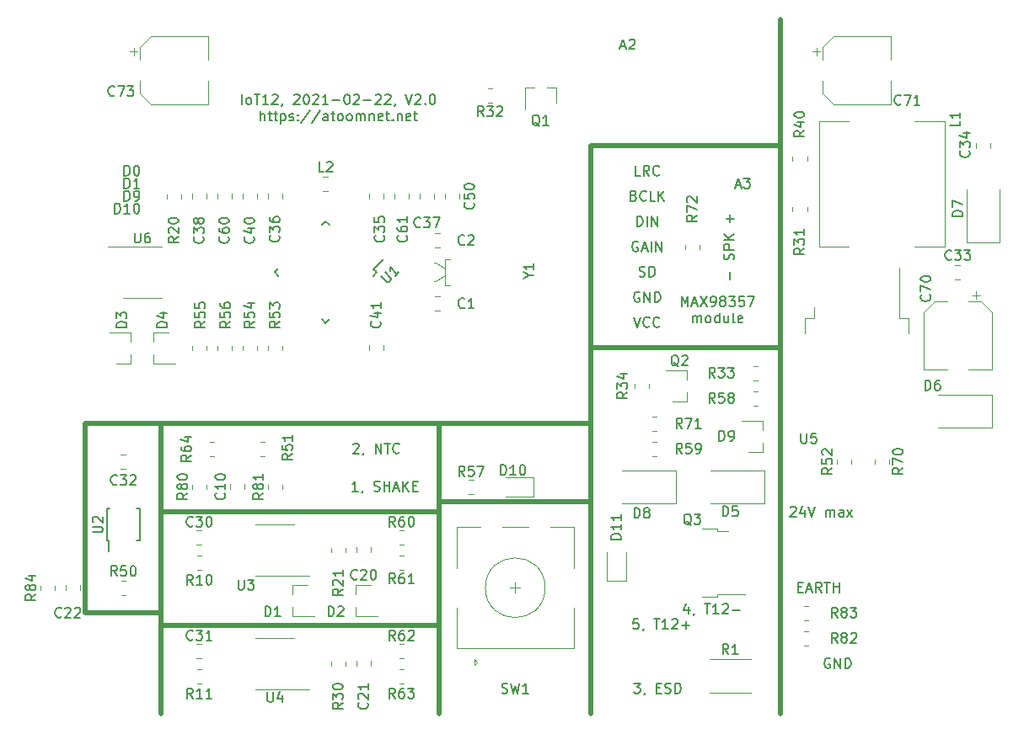
<source format=gbr>
G04 #@! TF.GenerationSoftware,KiCad,Pcbnew,(5.1.9)-1*
G04 #@! TF.CreationDate,2021-03-06T13:27:10+01:00*
G04 #@! TF.ProjectId,IoT12,496f5431-322e-46b6-9963-61645f706362,rev?*
G04 #@! TF.SameCoordinates,Original*
G04 #@! TF.FileFunction,Legend,Top*
G04 #@! TF.FilePolarity,Positive*
%FSLAX46Y46*%
G04 Gerber Fmt 4.6, Leading zero omitted, Abs format (unit mm)*
G04 Created by KiCad (PCBNEW (5.1.9)-1) date 2021-03-06 13:27:10*
%MOMM*%
%LPD*%
G01*
G04 APERTURE LIST*
%ADD10C,0.150000*%
%ADD11C,0.500000*%
%ADD12C,0.120000*%
G04 APERTURE END LIST*
D10*
X-40229166Y22407619D02*
X-40229166Y23407619D01*
X-39991071Y23407619D01*
X-39848214Y23360000D01*
X-39752976Y23264761D01*
X-39705357Y23169523D01*
X-39657738Y22979047D01*
X-39657738Y22836190D01*
X-39705357Y22645714D01*
X-39752976Y22550476D01*
X-39848214Y22455238D01*
X-39991071Y22407619D01*
X-40229166Y22407619D01*
X-38705357Y22407619D02*
X-39276785Y22407619D01*
X-38991071Y22407619D02*
X-38991071Y23407619D01*
X-39086309Y23264761D01*
X-39181547Y23169523D01*
X-39276785Y23121904D01*
X-38086309Y23407619D02*
X-37991071Y23407619D01*
X-37895833Y23360000D01*
X-37848214Y23312380D01*
X-37800595Y23217142D01*
X-37752976Y23026666D01*
X-37752976Y22788571D01*
X-37800595Y22598095D01*
X-37848214Y22502857D01*
X-37895833Y22455238D01*
X-37991071Y22407619D01*
X-38086309Y22407619D01*
X-38181547Y22455238D01*
X-38229166Y22502857D01*
X-38276785Y22598095D01*
X-38324404Y22788571D01*
X-38324404Y23026666D01*
X-38276785Y23217142D01*
X-38229166Y23312380D01*
X-38181547Y23360000D01*
X-38086309Y23407619D01*
X-39276785Y23677619D02*
X-39276785Y24677619D01*
X-39038690Y24677619D01*
X-38895833Y24630000D01*
X-38800595Y24534761D01*
X-38752976Y24439523D01*
X-38705357Y24249047D01*
X-38705357Y24106190D01*
X-38752976Y23915714D01*
X-38800595Y23820476D01*
X-38895833Y23725238D01*
X-39038690Y23677619D01*
X-39276785Y23677619D01*
X-38229166Y23677619D02*
X-38038690Y23677619D01*
X-37943452Y23725238D01*
X-37895833Y23772857D01*
X-37800595Y23915714D01*
X-37752976Y24106190D01*
X-37752976Y24487142D01*
X-37800595Y24582380D01*
X-37848214Y24630000D01*
X-37943452Y24677619D01*
X-38133928Y24677619D01*
X-38229166Y24630000D01*
X-38276785Y24582380D01*
X-38324404Y24487142D01*
X-38324404Y24249047D01*
X-38276785Y24153809D01*
X-38229166Y24106190D01*
X-38133928Y24058571D01*
X-37943452Y24058571D01*
X-37848214Y24106190D01*
X-37800595Y24153809D01*
X-37752976Y24249047D01*
X-39276785Y24947619D02*
X-39276785Y25947619D01*
X-39038690Y25947619D01*
X-38895833Y25900000D01*
X-38800595Y25804761D01*
X-38752976Y25709523D01*
X-38705357Y25519047D01*
X-38705357Y25376190D01*
X-38752976Y25185714D01*
X-38800595Y25090476D01*
X-38895833Y24995238D01*
X-39038690Y24947619D01*
X-39276785Y24947619D01*
X-37752976Y24947619D02*
X-38324404Y24947619D01*
X-38038690Y24947619D02*
X-38038690Y25947619D01*
X-38133928Y25804761D01*
X-38229166Y25709523D01*
X-38324404Y25661904D01*
X-39276785Y26217619D02*
X-39276785Y27217619D01*
X-39038690Y27217619D01*
X-38895833Y27170000D01*
X-38800595Y27074761D01*
X-38752976Y26979523D01*
X-38705357Y26789047D01*
X-38705357Y26646190D01*
X-38752976Y26455714D01*
X-38800595Y26360476D01*
X-38895833Y26265238D01*
X-39038690Y26217619D01*
X-39276785Y26217619D01*
X-38086309Y27217619D02*
X-37991071Y27217619D01*
X-37895833Y27170000D01*
X-37848214Y27122380D01*
X-37800595Y27027142D01*
X-37752976Y26836666D01*
X-37752976Y26598571D01*
X-37800595Y26408095D01*
X-37848214Y26312857D01*
X-37895833Y26265238D01*
X-37991071Y26217619D01*
X-38086309Y26217619D01*
X-38181547Y26265238D01*
X-38229166Y26312857D01*
X-38276785Y26408095D01*
X-38324404Y26598571D01*
X-38324404Y26836666D01*
X-38276785Y27027142D01*
X-38229166Y27122380D01*
X-38181547Y27170000D01*
X-38086309Y27217619D01*
X-27470476Y33392619D02*
X-27470476Y34392619D01*
X-26851428Y33392619D02*
X-26946666Y33440238D01*
X-26994285Y33487857D01*
X-27041904Y33583095D01*
X-27041904Y33868809D01*
X-26994285Y33964047D01*
X-26946666Y34011666D01*
X-26851428Y34059285D01*
X-26708571Y34059285D01*
X-26613333Y34011666D01*
X-26565714Y33964047D01*
X-26518095Y33868809D01*
X-26518095Y33583095D01*
X-26565714Y33487857D01*
X-26613333Y33440238D01*
X-26708571Y33392619D01*
X-26851428Y33392619D01*
X-26232380Y34392619D02*
X-25660952Y34392619D01*
X-25946666Y33392619D02*
X-25946666Y34392619D01*
X-24803809Y33392619D02*
X-25375238Y33392619D01*
X-25089523Y33392619D02*
X-25089523Y34392619D01*
X-25184761Y34249761D01*
X-25279999Y34154523D01*
X-25375238Y34106904D01*
X-24422857Y34297380D02*
X-24375238Y34345000D01*
X-24279999Y34392619D01*
X-24041904Y34392619D01*
X-23946666Y34345000D01*
X-23899047Y34297380D01*
X-23851428Y34202142D01*
X-23851428Y34106904D01*
X-23899047Y33964047D01*
X-24470476Y33392619D01*
X-23851428Y33392619D01*
X-23375238Y33440238D02*
X-23375238Y33392619D01*
X-23422857Y33297380D01*
X-23470476Y33249761D01*
X-22232380Y34297380D02*
X-22184761Y34345000D01*
X-22089523Y34392619D01*
X-21851428Y34392619D01*
X-21756190Y34345000D01*
X-21708571Y34297380D01*
X-21660952Y34202142D01*
X-21660952Y34106904D01*
X-21708571Y33964047D01*
X-22279999Y33392619D01*
X-21660952Y33392619D01*
X-21041904Y34392619D02*
X-20946666Y34392619D01*
X-20851428Y34345000D01*
X-20803809Y34297380D01*
X-20756190Y34202142D01*
X-20708571Y34011666D01*
X-20708571Y33773571D01*
X-20756190Y33583095D01*
X-20803809Y33487857D01*
X-20851428Y33440238D01*
X-20946666Y33392619D01*
X-21041904Y33392619D01*
X-21137142Y33440238D01*
X-21184761Y33487857D01*
X-21232380Y33583095D01*
X-21279999Y33773571D01*
X-21279999Y34011666D01*
X-21232380Y34202142D01*
X-21184761Y34297380D01*
X-21137142Y34345000D01*
X-21041904Y34392619D01*
X-20327619Y34297380D02*
X-20279999Y34345000D01*
X-20184761Y34392619D01*
X-19946666Y34392619D01*
X-19851428Y34345000D01*
X-19803809Y34297380D01*
X-19756190Y34202142D01*
X-19756190Y34106904D01*
X-19803809Y33964047D01*
X-20375238Y33392619D01*
X-19756190Y33392619D01*
X-18803809Y33392619D02*
X-19375238Y33392619D01*
X-19089523Y33392619D02*
X-19089523Y34392619D01*
X-19184761Y34249761D01*
X-19279999Y34154523D01*
X-19375238Y34106904D01*
X-18375238Y33773571D02*
X-17613333Y33773571D01*
X-16946666Y34392619D02*
X-16851428Y34392619D01*
X-16756190Y34345000D01*
X-16708571Y34297380D01*
X-16660952Y34202142D01*
X-16613333Y34011666D01*
X-16613333Y33773571D01*
X-16660952Y33583095D01*
X-16708571Y33487857D01*
X-16756190Y33440238D01*
X-16851428Y33392619D01*
X-16946666Y33392619D01*
X-17041904Y33440238D01*
X-17089523Y33487857D01*
X-17137142Y33583095D01*
X-17184761Y33773571D01*
X-17184761Y34011666D01*
X-17137142Y34202142D01*
X-17089523Y34297380D01*
X-17041904Y34345000D01*
X-16946666Y34392619D01*
X-16232380Y34297380D02*
X-16184761Y34345000D01*
X-16089523Y34392619D01*
X-15851428Y34392619D01*
X-15756190Y34345000D01*
X-15708571Y34297380D01*
X-15660952Y34202142D01*
X-15660952Y34106904D01*
X-15708571Y33964047D01*
X-16279999Y33392619D01*
X-15660952Y33392619D01*
X-15232380Y33773571D02*
X-14470476Y33773571D01*
X-14041904Y34297380D02*
X-13994285Y34345000D01*
X-13899047Y34392619D01*
X-13660952Y34392619D01*
X-13565714Y34345000D01*
X-13518095Y34297380D01*
X-13470476Y34202142D01*
X-13470476Y34106904D01*
X-13518095Y33964047D01*
X-14089523Y33392619D01*
X-13470476Y33392619D01*
X-13089523Y34297380D02*
X-13041904Y34345000D01*
X-12946666Y34392619D01*
X-12708571Y34392619D01*
X-12613333Y34345000D01*
X-12565714Y34297380D01*
X-12518095Y34202142D01*
X-12518095Y34106904D01*
X-12565714Y33964047D01*
X-13137142Y33392619D01*
X-12518095Y33392619D01*
X-12041904Y33440238D02*
X-12041904Y33392619D01*
X-12089523Y33297380D01*
X-12137142Y33249761D01*
X-10994285Y34392619D02*
X-10660952Y33392619D01*
X-10327619Y34392619D01*
X-10041904Y34297380D02*
X-9994285Y34345000D01*
X-9899047Y34392619D01*
X-9660952Y34392619D01*
X-9565714Y34345000D01*
X-9518095Y34297380D01*
X-9470476Y34202142D01*
X-9470476Y34106904D01*
X-9518095Y33964047D01*
X-10089523Y33392619D01*
X-9470476Y33392619D01*
X-9041904Y33487857D02*
X-8994285Y33440238D01*
X-9041904Y33392619D01*
X-9089523Y33440238D01*
X-9041904Y33487857D01*
X-9041904Y33392619D01*
X-8375238Y34392619D02*
X-8280000Y34392619D01*
X-8184761Y34345000D01*
X-8137142Y34297380D01*
X-8089523Y34202142D01*
X-8041904Y34011666D01*
X-8041904Y33773571D01*
X-8089523Y33583095D01*
X-8137142Y33487857D01*
X-8184761Y33440238D01*
X-8280000Y33392619D01*
X-8375238Y33392619D01*
X-8470476Y33440238D01*
X-8518095Y33487857D01*
X-8565714Y33583095D01*
X-8613333Y33773571D01*
X-8613333Y34011666D01*
X-8565714Y34202142D01*
X-8518095Y34297380D01*
X-8470476Y34345000D01*
X-8375238Y34392619D01*
X-25589523Y31742619D02*
X-25589523Y32742619D01*
X-25160952Y31742619D02*
X-25160952Y32266428D01*
X-25208571Y32361666D01*
X-25303809Y32409285D01*
X-25446666Y32409285D01*
X-25541904Y32361666D01*
X-25589523Y32314047D01*
X-24827619Y32409285D02*
X-24446666Y32409285D01*
X-24684761Y32742619D02*
X-24684761Y31885476D01*
X-24637142Y31790238D01*
X-24541904Y31742619D01*
X-24446666Y31742619D01*
X-24256190Y32409285D02*
X-23875238Y32409285D01*
X-24113333Y32742619D02*
X-24113333Y31885476D01*
X-24065714Y31790238D01*
X-23970476Y31742619D01*
X-23875238Y31742619D01*
X-23541904Y32409285D02*
X-23541904Y31409285D01*
X-23541904Y32361666D02*
X-23446666Y32409285D01*
X-23256190Y32409285D01*
X-23160952Y32361666D01*
X-23113333Y32314047D01*
X-23065714Y32218809D01*
X-23065714Y31933095D01*
X-23113333Y31837857D01*
X-23160952Y31790238D01*
X-23256190Y31742619D01*
X-23446666Y31742619D01*
X-23541904Y31790238D01*
X-22684761Y31790238D02*
X-22589523Y31742619D01*
X-22399047Y31742619D01*
X-22303809Y31790238D01*
X-22256190Y31885476D01*
X-22256190Y31933095D01*
X-22303809Y32028333D01*
X-22399047Y32075952D01*
X-22541904Y32075952D01*
X-22637142Y32123571D01*
X-22684761Y32218809D01*
X-22684761Y32266428D01*
X-22637142Y32361666D01*
X-22541904Y32409285D01*
X-22399047Y32409285D01*
X-22303809Y32361666D01*
X-21827619Y31837857D02*
X-21780000Y31790238D01*
X-21827619Y31742619D01*
X-21875238Y31790238D01*
X-21827619Y31837857D01*
X-21827619Y31742619D01*
X-21827619Y32361666D02*
X-21780000Y32314047D01*
X-21827619Y32266428D01*
X-21875238Y32314047D01*
X-21827619Y32361666D01*
X-21827619Y32266428D01*
X-20637142Y32790238D02*
X-21494285Y31504523D01*
X-19589523Y32790238D02*
X-20446666Y31504523D01*
X-18827619Y31742619D02*
X-18827619Y32266428D01*
X-18875238Y32361666D01*
X-18970476Y32409285D01*
X-19160952Y32409285D01*
X-19256190Y32361666D01*
X-18827619Y31790238D02*
X-18922857Y31742619D01*
X-19160952Y31742619D01*
X-19256190Y31790238D01*
X-19303809Y31885476D01*
X-19303809Y31980714D01*
X-19256190Y32075952D01*
X-19160952Y32123571D01*
X-18922857Y32123571D01*
X-18827619Y32171190D01*
X-18494285Y32409285D02*
X-18113333Y32409285D01*
X-18351428Y32742619D02*
X-18351428Y31885476D01*
X-18303809Y31790238D01*
X-18208571Y31742619D01*
X-18113333Y31742619D01*
X-17637142Y31742619D02*
X-17732380Y31790238D01*
X-17780000Y31837857D01*
X-17827619Y31933095D01*
X-17827619Y32218809D01*
X-17780000Y32314047D01*
X-17732380Y32361666D01*
X-17637142Y32409285D01*
X-17494285Y32409285D01*
X-17399047Y32361666D01*
X-17351428Y32314047D01*
X-17303809Y32218809D01*
X-17303809Y31933095D01*
X-17351428Y31837857D01*
X-17399047Y31790238D01*
X-17494285Y31742619D01*
X-17637142Y31742619D01*
X-16732380Y31742619D02*
X-16827619Y31790238D01*
X-16875238Y31837857D01*
X-16922857Y31933095D01*
X-16922857Y32218809D01*
X-16875238Y32314047D01*
X-16827619Y32361666D01*
X-16732380Y32409285D01*
X-16589523Y32409285D01*
X-16494285Y32361666D01*
X-16446666Y32314047D01*
X-16399047Y32218809D01*
X-16399047Y31933095D01*
X-16446666Y31837857D01*
X-16494285Y31790238D01*
X-16589523Y31742619D01*
X-16732380Y31742619D01*
X-15970476Y31742619D02*
X-15970476Y32409285D01*
X-15970476Y32314047D02*
X-15922857Y32361666D01*
X-15827619Y32409285D01*
X-15684761Y32409285D01*
X-15589523Y32361666D01*
X-15541904Y32266428D01*
X-15541904Y31742619D01*
X-15541904Y32266428D02*
X-15494285Y32361666D01*
X-15399047Y32409285D01*
X-15256190Y32409285D01*
X-15160952Y32361666D01*
X-15113333Y32266428D01*
X-15113333Y31742619D01*
X-14637142Y32409285D02*
X-14637142Y31742619D01*
X-14637142Y32314047D02*
X-14589523Y32361666D01*
X-14494285Y32409285D01*
X-14351428Y32409285D01*
X-14256190Y32361666D01*
X-14208571Y32266428D01*
X-14208571Y31742619D01*
X-13351428Y31790238D02*
X-13446666Y31742619D01*
X-13637142Y31742619D01*
X-13732380Y31790238D01*
X-13780000Y31885476D01*
X-13780000Y32266428D01*
X-13732380Y32361666D01*
X-13637142Y32409285D01*
X-13446666Y32409285D01*
X-13351428Y32361666D01*
X-13303809Y32266428D01*
X-13303809Y32171190D01*
X-13780000Y32075952D01*
X-13018095Y32409285D02*
X-12637142Y32409285D01*
X-12875238Y32742619D02*
X-12875238Y31885476D01*
X-12827619Y31790238D01*
X-12732380Y31742619D01*
X-12637142Y31742619D01*
X-12303809Y31837857D02*
X-12256190Y31790238D01*
X-12303809Y31742619D01*
X-12351428Y31790238D01*
X-12303809Y31837857D01*
X-12303809Y31742619D01*
X-11827619Y32409285D02*
X-11827619Y31742619D01*
X-11827619Y32314047D02*
X-11780000Y32361666D01*
X-11684761Y32409285D01*
X-11541904Y32409285D01*
X-11446666Y32361666D01*
X-11399047Y32266428D01*
X-11399047Y31742619D01*
X-10541904Y31790238D02*
X-10637142Y31742619D01*
X-10827619Y31742619D01*
X-10922857Y31790238D01*
X-10970476Y31885476D01*
X-10970476Y32266428D01*
X-10922857Y32361666D01*
X-10827619Y32409285D01*
X-10637142Y32409285D01*
X-10541904Y32361666D01*
X-10494285Y32266428D01*
X-10494285Y32171190D01*
X-10970476Y32075952D01*
X-10208571Y32409285D02*
X-9827619Y32409285D01*
X-10065714Y32742619D02*
X-10065714Y31885476D01*
X-10018095Y31790238D01*
X-9922857Y31742619D01*
X-9827619Y31742619D01*
D11*
X-7620000Y-6604000D02*
X7620000Y-6604000D01*
D10*
X-15795285Y-5532380D02*
X-16366714Y-5532380D01*
X-16081000Y-5532380D02*
X-16081000Y-4532380D01*
X-16176238Y-4675238D01*
X-16271476Y-4770476D01*
X-16366714Y-4818095D01*
X-15319095Y-5484761D02*
X-15319095Y-5532380D01*
X-15366714Y-5627619D01*
X-15414333Y-5675238D01*
X-14176238Y-5484761D02*
X-14033380Y-5532380D01*
X-13795285Y-5532380D01*
X-13700047Y-5484761D01*
X-13652428Y-5437142D01*
X-13604809Y-5341904D01*
X-13604809Y-5246666D01*
X-13652428Y-5151428D01*
X-13700047Y-5103809D01*
X-13795285Y-5056190D01*
X-13985761Y-5008571D01*
X-14081000Y-4960952D01*
X-14128619Y-4913333D01*
X-14176238Y-4818095D01*
X-14176238Y-4722857D01*
X-14128619Y-4627619D01*
X-14081000Y-4580000D01*
X-13985761Y-4532380D01*
X-13747666Y-4532380D01*
X-13604809Y-4580000D01*
X-13176238Y-5532380D02*
X-13176238Y-4532380D01*
X-13176238Y-5008571D02*
X-12604809Y-5008571D01*
X-12604809Y-5532380D02*
X-12604809Y-4532380D01*
X-12176238Y-5246666D02*
X-11700047Y-5246666D01*
X-12271476Y-5532380D02*
X-11938142Y-4532380D01*
X-11604809Y-5532380D01*
X-11271476Y-5532380D02*
X-11271476Y-4532380D01*
X-10700047Y-5532380D02*
X-11128619Y-4960952D01*
X-10700047Y-4532380D02*
X-11271476Y-5103809D01*
X-10271476Y-5008571D02*
X-9938142Y-5008571D01*
X-9795285Y-5532380D02*
X-10271476Y-5532380D01*
X-10271476Y-4532380D01*
X-9795285Y-4532380D01*
X-16279523Y-817619D02*
X-16231904Y-770000D01*
X-16136666Y-722380D01*
X-15898571Y-722380D01*
X-15803333Y-770000D01*
X-15755714Y-817619D01*
X-15708095Y-912857D01*
X-15708095Y-1008095D01*
X-15755714Y-1150952D01*
X-16327142Y-1722380D01*
X-15708095Y-1722380D01*
X-15231904Y-1674761D02*
X-15231904Y-1722380D01*
X-15279523Y-1817619D01*
X-15327142Y-1865238D01*
X-14041428Y-1722380D02*
X-14041428Y-722380D01*
X-13470000Y-1722380D01*
X-13470000Y-722380D01*
X-13136666Y-722380D02*
X-12565238Y-722380D01*
X-12850952Y-1722380D02*
X-12850952Y-722380D01*
X-11660476Y-1627142D02*
X-11708095Y-1674761D01*
X-11850952Y-1722380D01*
X-11946190Y-1722380D01*
X-12089047Y-1674761D01*
X-12184285Y-1579523D01*
X-12231904Y-1484285D01*
X-12279523Y-1293809D01*
X-12279523Y-1150952D01*
X-12231904Y-960476D01*
X-12184285Y-865238D01*
X-12089047Y-770000D01*
X-11946190Y-722380D01*
X-11850952Y-722380D01*
X-11708095Y-770000D01*
X-11660476Y-817619D01*
D11*
X-7620000Y1270000D02*
X-35560000Y1270000D01*
D10*
X16700952Y13072619D02*
X16700952Y14072619D01*
X17034285Y13358333D01*
X17367619Y14072619D01*
X17367619Y13072619D01*
X17796190Y13358333D02*
X18272380Y13358333D01*
X17700952Y13072619D02*
X18034285Y14072619D01*
X18367619Y13072619D01*
X18605714Y14072619D02*
X19272380Y13072619D01*
X19272380Y14072619D02*
X18605714Y13072619D01*
X19700952Y13072619D02*
X19891428Y13072619D01*
X19986666Y13120238D01*
X20034285Y13167857D01*
X20129523Y13310714D01*
X20177142Y13501190D01*
X20177142Y13882142D01*
X20129523Y13977380D01*
X20081904Y14025000D01*
X19986666Y14072619D01*
X19796190Y14072619D01*
X19700952Y14025000D01*
X19653333Y13977380D01*
X19605714Y13882142D01*
X19605714Y13644047D01*
X19653333Y13548809D01*
X19700952Y13501190D01*
X19796190Y13453571D01*
X19986666Y13453571D01*
X20081904Y13501190D01*
X20129523Y13548809D01*
X20177142Y13644047D01*
X20748571Y13644047D02*
X20653333Y13691666D01*
X20605714Y13739285D01*
X20558095Y13834523D01*
X20558095Y13882142D01*
X20605714Y13977380D01*
X20653333Y14025000D01*
X20748571Y14072619D01*
X20939047Y14072619D01*
X21034285Y14025000D01*
X21081904Y13977380D01*
X21129523Y13882142D01*
X21129523Y13834523D01*
X21081904Y13739285D01*
X21034285Y13691666D01*
X20939047Y13644047D01*
X20748571Y13644047D01*
X20653333Y13596428D01*
X20605714Y13548809D01*
X20558095Y13453571D01*
X20558095Y13263095D01*
X20605714Y13167857D01*
X20653333Y13120238D01*
X20748571Y13072619D01*
X20939047Y13072619D01*
X21034285Y13120238D01*
X21081904Y13167857D01*
X21129523Y13263095D01*
X21129523Y13453571D01*
X21081904Y13548809D01*
X21034285Y13596428D01*
X20939047Y13644047D01*
X21462857Y14072619D02*
X22081904Y14072619D01*
X21748571Y13691666D01*
X21891428Y13691666D01*
X21986666Y13644047D01*
X22034285Y13596428D01*
X22081904Y13501190D01*
X22081904Y13263095D01*
X22034285Y13167857D01*
X21986666Y13120238D01*
X21891428Y13072619D01*
X21605714Y13072619D01*
X21510476Y13120238D01*
X21462857Y13167857D01*
X22986666Y14072619D02*
X22510476Y14072619D01*
X22462857Y13596428D01*
X22510476Y13644047D01*
X22605714Y13691666D01*
X22843809Y13691666D01*
X22939047Y13644047D01*
X22986666Y13596428D01*
X23034285Y13501190D01*
X23034285Y13263095D01*
X22986666Y13167857D01*
X22939047Y13120238D01*
X22843809Y13072619D01*
X22605714Y13072619D01*
X22510476Y13120238D01*
X22462857Y13167857D01*
X23367619Y14072619D02*
X24034285Y14072619D01*
X23605714Y13072619D01*
X17843809Y11422619D02*
X17843809Y12089285D01*
X17843809Y11994047D02*
X17891428Y12041666D01*
X17986666Y12089285D01*
X18129523Y12089285D01*
X18224761Y12041666D01*
X18272380Y11946428D01*
X18272380Y11422619D01*
X18272380Y11946428D02*
X18320000Y12041666D01*
X18415238Y12089285D01*
X18558095Y12089285D01*
X18653333Y12041666D01*
X18700952Y11946428D01*
X18700952Y11422619D01*
X19320000Y11422619D02*
X19224761Y11470238D01*
X19177142Y11517857D01*
X19129523Y11613095D01*
X19129523Y11898809D01*
X19177142Y11994047D01*
X19224761Y12041666D01*
X19320000Y12089285D01*
X19462857Y12089285D01*
X19558095Y12041666D01*
X19605714Y11994047D01*
X19653333Y11898809D01*
X19653333Y11613095D01*
X19605714Y11517857D01*
X19558095Y11470238D01*
X19462857Y11422619D01*
X19320000Y11422619D01*
X20510476Y11422619D02*
X20510476Y12422619D01*
X20510476Y11470238D02*
X20415238Y11422619D01*
X20224761Y11422619D01*
X20129523Y11470238D01*
X20081904Y11517857D01*
X20034285Y11613095D01*
X20034285Y11898809D01*
X20081904Y11994047D01*
X20129523Y12041666D01*
X20224761Y12089285D01*
X20415238Y12089285D01*
X20510476Y12041666D01*
X21415238Y12089285D02*
X21415238Y11422619D01*
X20986666Y12089285D02*
X20986666Y11565476D01*
X21034285Y11470238D01*
X21129523Y11422619D01*
X21272380Y11422619D01*
X21367619Y11470238D01*
X21415238Y11517857D01*
X22034285Y11422619D02*
X21939047Y11470238D01*
X21891428Y11565476D01*
X21891428Y12422619D01*
X22796190Y11470238D02*
X22700952Y11422619D01*
X22510476Y11422619D01*
X22415238Y11470238D01*
X22367619Y11565476D01*
X22367619Y11946428D01*
X22415238Y12041666D01*
X22510476Y12089285D01*
X22700952Y12089285D01*
X22796190Y12041666D01*
X22843809Y11946428D01*
X22843809Y11851190D01*
X22367619Y11755952D01*
D11*
X-43180000Y-17780000D02*
X-35560000Y-17780000D01*
X-43180000Y1270000D02*
X-43180000Y-17780000D01*
X-35560000Y1270000D02*
X-43180000Y1270000D01*
X7620000Y29210000D02*
X26670000Y29210000D01*
X7620000Y8890000D02*
X7620000Y29210000D01*
X-7620000Y1270000D02*
X7620000Y1270000D01*
X-7620000Y1270000D02*
X-7620000Y-17780000D01*
X-35560000Y-7620000D02*
X-7620000Y-7620000D01*
X-35560000Y-17780000D02*
X-35560000Y1270000D01*
X-35560000Y-17780000D02*
X-35560000Y-27940000D01*
X-7620000Y-19050000D02*
X-35560000Y-19050000D01*
X-7620000Y-27940000D02*
X-7620000Y-17780000D01*
D10*
X17401166Y-17184714D02*
X17401166Y-17851380D01*
X17163071Y-16803761D02*
X16924976Y-17518047D01*
X17544023Y-17518047D01*
X17972595Y-17803761D02*
X17972595Y-17851380D01*
X17924976Y-17946619D01*
X17877357Y-17994238D01*
X19020214Y-16851380D02*
X19591642Y-16851380D01*
X19305928Y-17851380D02*
X19305928Y-16851380D01*
X20448785Y-17851380D02*
X19877357Y-17851380D01*
X20163071Y-17851380D02*
X20163071Y-16851380D01*
X20067833Y-16994238D01*
X19972595Y-17089476D01*
X19877357Y-17137095D01*
X20829738Y-16946619D02*
X20877357Y-16899000D01*
X20972595Y-16851380D01*
X21210690Y-16851380D01*
X21305928Y-16899000D01*
X21353547Y-16946619D01*
X21401166Y-17041857D01*
X21401166Y-17137095D01*
X21353547Y-17279952D01*
X20782119Y-17851380D01*
X21401166Y-17851380D01*
X21829738Y-17470428D02*
X22591642Y-17470428D01*
X11924357Y-24852380D02*
X12543404Y-24852380D01*
X12210071Y-25233333D01*
X12352928Y-25233333D01*
X12448166Y-25280952D01*
X12495785Y-25328571D01*
X12543404Y-25423809D01*
X12543404Y-25661904D01*
X12495785Y-25757142D01*
X12448166Y-25804761D01*
X12352928Y-25852380D01*
X12067214Y-25852380D01*
X11971976Y-25804761D01*
X11924357Y-25757142D01*
X13019595Y-25804761D02*
X13019595Y-25852380D01*
X12971976Y-25947619D01*
X12924357Y-25995238D01*
X14210071Y-25328571D02*
X14543404Y-25328571D01*
X14686261Y-25852380D02*
X14210071Y-25852380D01*
X14210071Y-24852380D01*
X14686261Y-24852380D01*
X15067214Y-25804761D02*
X15210071Y-25852380D01*
X15448166Y-25852380D01*
X15543404Y-25804761D01*
X15591023Y-25757142D01*
X15638642Y-25661904D01*
X15638642Y-25566666D01*
X15591023Y-25471428D01*
X15543404Y-25423809D01*
X15448166Y-25376190D01*
X15257690Y-25328571D01*
X15162452Y-25280952D01*
X15114833Y-25233333D01*
X15067214Y-25138095D01*
X15067214Y-25042857D01*
X15114833Y-24947619D01*
X15162452Y-24900000D01*
X15257690Y-24852380D01*
X15495785Y-24852380D01*
X15638642Y-24900000D01*
X16067214Y-25852380D02*
X16067214Y-24852380D01*
X16305309Y-24852380D01*
X16448166Y-24900000D01*
X16543404Y-24995238D01*
X16591023Y-25090476D01*
X16638642Y-25280952D01*
X16638642Y-25423809D01*
X16591023Y-25614285D01*
X16543404Y-25709523D01*
X16448166Y-25804761D01*
X16305309Y-25852380D01*
X16067214Y-25852380D01*
X12368785Y-18375380D02*
X11892595Y-18375380D01*
X11844976Y-18851571D01*
X11892595Y-18803952D01*
X11987833Y-18756333D01*
X12225928Y-18756333D01*
X12321166Y-18803952D01*
X12368785Y-18851571D01*
X12416404Y-18946809D01*
X12416404Y-19184904D01*
X12368785Y-19280142D01*
X12321166Y-19327761D01*
X12225928Y-19375380D01*
X11987833Y-19375380D01*
X11892595Y-19327761D01*
X11844976Y-19280142D01*
X12892595Y-19327761D02*
X12892595Y-19375380D01*
X12844976Y-19470619D01*
X12797357Y-19518238D01*
X13940214Y-18375380D02*
X14511642Y-18375380D01*
X14225928Y-19375380D02*
X14225928Y-18375380D01*
X15368785Y-19375380D02*
X14797357Y-19375380D01*
X15083071Y-19375380D02*
X15083071Y-18375380D01*
X14987833Y-18518238D01*
X14892595Y-18613476D01*
X14797357Y-18661095D01*
X15749738Y-18470619D02*
X15797357Y-18423000D01*
X15892595Y-18375380D01*
X16130690Y-18375380D01*
X16225928Y-18423000D01*
X16273547Y-18470619D01*
X16321166Y-18565857D01*
X16321166Y-18661095D01*
X16273547Y-18803952D01*
X15702119Y-19375380D01*
X16321166Y-19375380D01*
X16749738Y-18994428D02*
X17511642Y-18994428D01*
X17130690Y-19375380D02*
X17130690Y-18613476D01*
D11*
X7620000Y8890000D02*
X26670000Y8890000D01*
X7620000Y-27940000D02*
X7620000Y8890000D01*
D10*
X31623095Y-22360000D02*
X31527857Y-22312380D01*
X31385000Y-22312380D01*
X31242142Y-22360000D01*
X31146904Y-22455238D01*
X31099285Y-22550476D01*
X31051666Y-22740952D01*
X31051666Y-22883809D01*
X31099285Y-23074285D01*
X31146904Y-23169523D01*
X31242142Y-23264761D01*
X31385000Y-23312380D01*
X31480238Y-23312380D01*
X31623095Y-23264761D01*
X31670714Y-23217142D01*
X31670714Y-22883809D01*
X31480238Y-22883809D01*
X32099285Y-23312380D02*
X32099285Y-22312380D01*
X32670714Y-23312380D01*
X32670714Y-22312380D01*
X33146904Y-23312380D02*
X33146904Y-22312380D01*
X33385000Y-22312380D01*
X33527857Y-22360000D01*
X33623095Y-22455238D01*
X33670714Y-22550476D01*
X33718333Y-22740952D01*
X33718333Y-22883809D01*
X33670714Y-23074285D01*
X33623095Y-23169523D01*
X33527857Y-23264761D01*
X33385000Y-23312380D01*
X33146904Y-23312380D01*
X28432380Y-15168571D02*
X28765714Y-15168571D01*
X28908571Y-15692380D02*
X28432380Y-15692380D01*
X28432380Y-14692380D01*
X28908571Y-14692380D01*
X29289523Y-15406666D02*
X29765714Y-15406666D01*
X29194285Y-15692380D02*
X29527619Y-14692380D01*
X29860952Y-15692380D01*
X30765714Y-15692380D02*
X30432380Y-15216190D01*
X30194285Y-15692380D02*
X30194285Y-14692380D01*
X30575238Y-14692380D01*
X30670476Y-14740000D01*
X30718095Y-14787619D01*
X30765714Y-14882857D01*
X30765714Y-15025714D01*
X30718095Y-15120952D01*
X30670476Y-15168571D01*
X30575238Y-15216190D01*
X30194285Y-15216190D01*
X31051428Y-14692380D02*
X31622857Y-14692380D01*
X31337142Y-15692380D02*
X31337142Y-14692380D01*
X31956190Y-15692380D02*
X31956190Y-14692380D01*
X31956190Y-15168571D02*
X32527619Y-15168571D01*
X32527619Y-15692380D02*
X32527619Y-14692380D01*
X27638761Y-7167619D02*
X27686380Y-7120000D01*
X27781619Y-7072380D01*
X28019714Y-7072380D01*
X28114952Y-7120000D01*
X28162571Y-7167619D01*
X28210190Y-7262857D01*
X28210190Y-7358095D01*
X28162571Y-7500952D01*
X27591142Y-8072380D01*
X28210190Y-8072380D01*
X29067333Y-7405714D02*
X29067333Y-8072380D01*
X28829238Y-7024761D02*
X28591142Y-7739047D01*
X29210190Y-7739047D01*
X29448285Y-7072380D02*
X29781619Y-8072380D01*
X30114952Y-7072380D01*
X31210190Y-8072380D02*
X31210190Y-7405714D01*
X31210190Y-7500952D02*
X31257809Y-7453333D01*
X31353047Y-7405714D01*
X31495904Y-7405714D01*
X31591142Y-7453333D01*
X31638761Y-7548571D01*
X31638761Y-8072380D01*
X31638761Y-7548571D02*
X31686380Y-7453333D01*
X31781619Y-7405714D01*
X31924476Y-7405714D01*
X32019714Y-7453333D01*
X32067333Y-7548571D01*
X32067333Y-8072380D01*
X32972095Y-8072380D02*
X32972095Y-7548571D01*
X32924476Y-7453333D01*
X32829238Y-7405714D01*
X32638761Y-7405714D01*
X32543523Y-7453333D01*
X32972095Y-8024761D02*
X32876857Y-8072380D01*
X32638761Y-8072380D01*
X32543523Y-8024761D01*
X32495904Y-7929523D01*
X32495904Y-7834285D01*
X32543523Y-7739047D01*
X32638761Y-7691428D01*
X32876857Y-7691428D01*
X32972095Y-7643809D01*
X33353047Y-8072380D02*
X33876857Y-7405714D01*
X33353047Y-7405714D02*
X33876857Y-8072380D01*
D11*
X26670000Y41910000D02*
X26670000Y-27940000D01*
D12*
X-46255000Y-15467064D02*
X-46255000Y-15012936D01*
X-47725000Y-15467064D02*
X-47725000Y-15012936D01*
X-45185000Y-14978748D02*
X-45185000Y-15501252D01*
X-43715000Y-14978748D02*
X-43715000Y-15501252D01*
X-37465000Y13950000D02*
X-35515000Y13950000D01*
X-37465000Y13950000D02*
X-39415000Y13950000D01*
X-37465000Y19070000D02*
X-35515000Y19070000D01*
X-37465000Y19070000D02*
X-40915000Y19070000D01*
X-7990000Y17460000D02*
X-8190000Y17460000D01*
X-7090000Y16860000D02*
X-7990000Y17460000D01*
X-7990000Y15560000D02*
X-8190000Y15560000D01*
X-7090000Y16160000D02*
X-7990000Y15560000D01*
X-7090000Y17810000D02*
X-6590000Y17810000D01*
X-7090000Y15210000D02*
X-7090000Y17810000D01*
X-6590000Y15210000D02*
X-7090000Y15210000D01*
X30040000Y11840000D02*
X30040000Y12940000D01*
X29090000Y11840000D02*
X30040000Y11840000D01*
X29090000Y10340000D02*
X29090000Y11840000D01*
X38540000Y11840000D02*
X38540000Y16965000D01*
X39490000Y11840000D02*
X38540000Y11840000D01*
X39490000Y10340000D02*
X39490000Y11840000D01*
X-24130000Y-25420000D02*
X-20680000Y-25420000D01*
X-24130000Y-25420000D02*
X-26080000Y-25420000D01*
X-24130000Y-20300000D02*
X-22180000Y-20300000D01*
X-24130000Y-20300000D02*
X-26080000Y-20300000D01*
X-24130000Y-13990000D02*
X-20680000Y-13990000D01*
X-24130000Y-13990000D02*
X-26080000Y-13990000D01*
X-24130000Y-8870000D02*
X-22180000Y-8870000D01*
X-24130000Y-8870000D02*
X-26080000Y-8870000D01*
D10*
X-40995000Y-10515000D02*
X-40820000Y-10515000D01*
X-40995000Y-7265000D02*
X-40720000Y-7265000D01*
X-37745000Y-7265000D02*
X-38020000Y-7265000D01*
X-37745000Y-10515000D02*
X-38020000Y-10515000D01*
X-40995000Y-10515000D02*
X-40995000Y-7265000D01*
X-37745000Y-10515000D02*
X-37745000Y-7265000D01*
X-40820000Y-10515000D02*
X-40820000Y-11590000D01*
X-14223996Y16810520D02*
X-13251724Y17782792D01*
X-19050000Y11383476D02*
X-18678769Y11754707D01*
X-24176524Y16510000D02*
X-23805293Y16881231D01*
X-19050000Y21636524D02*
X-19421231Y21265293D01*
X-13923476Y16510000D02*
X-14294707Y16138769D01*
X-19050000Y21636524D02*
X-18678769Y21265293D01*
X-24176524Y16510000D02*
X-23805293Y16138769D01*
X-19050000Y11383476D02*
X-19421231Y11754707D01*
X-13923476Y16510000D02*
X-14223996Y16810520D01*
D12*
X3000000Y-15240000D02*
G75*
G03*
X3000000Y-15240000I-3000000J0D01*
G01*
X-5900000Y-13240000D02*
X-5900000Y-9140000D01*
X5900000Y-9140000D02*
X5900000Y-13240000D01*
X5900000Y-17240000D02*
X5900000Y-21340000D01*
X-5900000Y-17240000D02*
X-5900000Y-21340000D01*
X-5900000Y-21340000D02*
X5900000Y-21340000D01*
X-3800000Y-22740000D02*
X-4100000Y-23040000D01*
X-4100000Y-23040000D02*
X-4100000Y-22440000D01*
X-4100000Y-22440000D02*
X-3800000Y-22740000D01*
X-5900000Y-9140000D02*
X-3500000Y-9140000D01*
X-1300000Y-9140000D02*
X1300000Y-9140000D01*
X3500000Y-9140000D02*
X5900000Y-9140000D01*
X-500000Y-15240000D02*
X500000Y-15240000D01*
X0Y-15740000D02*
X0Y-14740000D01*
X28982936Y-18515000D02*
X29437064Y-18515000D01*
X28982936Y-17045000D02*
X29437064Y-17045000D01*
X29437064Y-19585000D02*
X28982936Y-19585000D01*
X29437064Y-21055000D02*
X28982936Y-21055000D01*
X-23395000Y-5307064D02*
X-23395000Y-4852936D01*
X-24865000Y-5307064D02*
X-24865000Y-4852936D01*
X-31015000Y-5307064D02*
X-31015000Y-4852936D01*
X-32485000Y-5307064D02*
X-32485000Y-4852936D01*
X18515000Y18822936D02*
X18515000Y19277064D01*
X17045000Y18822936D02*
X17045000Y19277064D01*
X13742936Y535000D02*
X14197064Y535000D01*
X13742936Y2005000D02*
X14197064Y2005000D01*
X36095000Y-2312936D02*
X36095000Y-2767064D01*
X37565000Y-2312936D02*
X37565000Y-2767064D01*
X-30707064Y-2005000D02*
X-30252936Y-2005000D01*
X-30707064Y-535000D02*
X-30252936Y-535000D01*
X-11657064Y-24865000D02*
X-11202936Y-24865000D01*
X-11657064Y-23395000D02*
X-11202936Y-23395000D01*
X-11657064Y-22325000D02*
X-11202936Y-22325000D01*
X-11657064Y-20855000D02*
X-11202936Y-20855000D01*
X-11657064Y-13435000D02*
X-11202936Y-13435000D01*
X-11657064Y-11965000D02*
X-11202936Y-11965000D01*
X-11657064Y-10895000D02*
X-11202936Y-10895000D01*
X-11657064Y-9425000D02*
X-11202936Y-9425000D01*
X13742936Y-2005000D02*
X14197064Y-2005000D01*
X13742936Y-535000D02*
X14197064Y-535000D01*
X24357064Y4545000D02*
X23902936Y4545000D01*
X24357064Y3075000D02*
X23902936Y3075000D01*
X-4217936Y-4345000D02*
X-4672064Y-4345000D01*
X-4217936Y-5815000D02*
X-4672064Y-5815000D01*
X-29945000Y9117064D02*
X-29945000Y8662936D01*
X-28475000Y9117064D02*
X-28475000Y8662936D01*
X-32485000Y9117064D02*
X-32485000Y8662936D01*
X-31015000Y9117064D02*
X-31015000Y8662936D01*
X-27405000Y9117064D02*
X-27405000Y8662936D01*
X-25935000Y9117064D02*
X-25935000Y8662936D01*
X-24865000Y9117064D02*
X-24865000Y8662936D01*
X-23395000Y9117064D02*
X-23395000Y8662936D01*
X33755000Y-2767064D02*
X33755000Y-2312936D01*
X32285000Y-2767064D02*
X32285000Y-2312936D01*
X-25627064Y-2005000D02*
X-25172936Y-2005000D01*
X-25627064Y-535000D02*
X-25172936Y-535000D01*
X-39142936Y-14505000D02*
X-39597064Y-14505000D01*
X-39142936Y-15975000D02*
X-39597064Y-15975000D01*
X27840000Y28167064D02*
X27840000Y27712936D01*
X29310000Y28167064D02*
X29310000Y27712936D01*
X11965000Y5307064D02*
X11965000Y4852936D01*
X13435000Y5307064D02*
X13435000Y4852936D01*
X24357064Y7085000D02*
X23902936Y7085000D01*
X24357064Y5615000D02*
X23902936Y5615000D01*
X-2312936Y35025000D02*
X-2767064Y35025000D01*
X-2312936Y33555000D02*
X-2767064Y33555000D01*
X29310000Y22632936D02*
X29310000Y23087064D01*
X27840000Y22632936D02*
X27840000Y23087064D01*
X-18515000Y-22632936D02*
X-18515000Y-23087064D01*
X-17045000Y-22632936D02*
X-17045000Y-23087064D01*
X-18515000Y-11202936D02*
X-18515000Y-11657064D01*
X-17045000Y-11202936D02*
X-17045000Y-11657064D01*
X-35025000Y24357064D02*
X-35025000Y23902936D01*
X-33555000Y24357064D02*
X-33555000Y23902936D01*
X-31522936Y-23395000D02*
X-31977064Y-23395000D01*
X-31522936Y-24865000D02*
X-31977064Y-24865000D01*
X-31522936Y-11965000D02*
X-31977064Y-11965000D01*
X-31522936Y-13435000D02*
X-31977064Y-13435000D01*
X19537936Y-25840000D02*
X23642064Y-25840000D01*
X19537936Y-22420000D02*
X23642064Y-22420000D01*
X20250000Y-9520000D02*
X21350000Y-9520000D01*
X20250000Y-9250000D02*
X20250000Y-9520000D01*
X18750000Y-9250000D02*
X20250000Y-9250000D01*
X20250000Y-15880000D02*
X23080000Y-15880000D01*
X20250000Y-16150000D02*
X20250000Y-15880000D01*
X18750000Y-16150000D02*
X20250000Y-16150000D01*
X17270000Y3500000D02*
X15810000Y3500000D01*
X17270000Y6660000D02*
X15110000Y6660000D01*
X17270000Y6660000D02*
X17270000Y5730000D01*
X17270000Y3500000D02*
X17270000Y4430000D01*
X4120000Y35050000D02*
X4120000Y33590000D01*
X960000Y35050000D02*
X960000Y32890000D01*
X960000Y35050000D02*
X1890000Y35050000D01*
X4120000Y35050000D02*
X3190000Y35050000D01*
X-18788748Y26110000D02*
X-19311252Y26110000D01*
X-18788748Y24690000D02*
X-19311252Y24690000D01*
X30530000Y31700000D02*
X33530000Y31700000D01*
X30530000Y19100000D02*
X30530000Y31700000D01*
X33530000Y19100000D02*
X30530000Y19100000D01*
X43130000Y19100000D02*
X40130000Y19100000D01*
X43130000Y31700000D02*
X43130000Y19100000D01*
X40130000Y31700000D02*
X43130000Y31700000D01*
X11120000Y-14560000D02*
X11120000Y-11700000D01*
X9200000Y-14560000D02*
X11120000Y-14560000D01*
X9200000Y-11700000D02*
X9200000Y-14560000D01*
X1860000Y-4120000D02*
X-1000000Y-4120000D01*
X1860000Y-6040000D02*
X1860000Y-4120000D01*
X-1000000Y-6040000D02*
X1860000Y-6040000D01*
X24890000Y-1580000D02*
X23430000Y-1580000D01*
X24890000Y1580000D02*
X22730000Y1580000D01*
X24890000Y1580000D02*
X24890000Y650000D01*
X24890000Y-1580000D02*
X24890000Y-650000D01*
X16100000Y-6730000D02*
X10700000Y-6730000D01*
X16100000Y-3430000D02*
X10700000Y-3430000D01*
X16100000Y-6730000D02*
X16100000Y-3430000D01*
X45340000Y19460000D02*
X45340000Y24860000D01*
X48640000Y19460000D02*
X48640000Y24860000D01*
X45340000Y19460000D02*
X48640000Y19460000D01*
X47850000Y890000D02*
X42450000Y890000D01*
X47850000Y4190000D02*
X42450000Y4190000D01*
X47850000Y890000D02*
X47850000Y4190000D01*
X24990000Y-6730000D02*
X19590000Y-6730000D01*
X24990000Y-3430000D02*
X19590000Y-3430000D01*
X24990000Y-6730000D02*
X24990000Y-3430000D01*
X-36320000Y10470000D02*
X-34860000Y10470000D01*
X-36320000Y7310000D02*
X-34160000Y7310000D01*
X-36320000Y7310000D02*
X-36320000Y8240000D01*
X-36320000Y10470000D02*
X-36320000Y9540000D01*
X-38610000Y7310000D02*
X-40070000Y7310000D01*
X-38610000Y10470000D02*
X-40770000Y10470000D01*
X-38610000Y10470000D02*
X-38610000Y9540000D01*
X-38610000Y7310000D02*
X-38610000Y8240000D01*
X-16000000Y-14930000D02*
X-14540000Y-14930000D01*
X-16000000Y-18090000D02*
X-13840000Y-18090000D01*
X-16000000Y-18090000D02*
X-16000000Y-17160000D01*
X-16000000Y-14930000D02*
X-16000000Y-15860000D01*
X-22350000Y-14930000D02*
X-20890000Y-14930000D01*
X-22350000Y-18090000D02*
X-20190000Y-18090000D01*
X-22350000Y-18090000D02*
X-22350000Y-17160000D01*
X-22350000Y-14930000D02*
X-22350000Y-15860000D01*
X-38333750Y39071250D02*
X-38333750Y38283750D01*
X-38727500Y38677500D02*
X-37940000Y38677500D01*
X-37700000Y34484437D02*
X-36635563Y33420000D01*
X-37700000Y39175563D02*
X-36635563Y40240000D01*
X-37700000Y39175563D02*
X-37700000Y37890000D01*
X-37700000Y34484437D02*
X-37700000Y35770000D01*
X-36635563Y33420000D02*
X-30880000Y33420000D01*
X-36635563Y40240000D02*
X-30880000Y40240000D01*
X-30880000Y40240000D02*
X-30880000Y37890000D01*
X-30880000Y33420000D02*
X-30880000Y35770000D01*
X30246250Y39071250D02*
X30246250Y38283750D01*
X29852500Y38677500D02*
X30640000Y38677500D01*
X30880000Y34484437D02*
X31944437Y33420000D01*
X30880000Y39175563D02*
X31944437Y40240000D01*
X30880000Y39175563D02*
X30880000Y37890000D01*
X30880000Y34484437D02*
X30880000Y35770000D01*
X31944437Y33420000D02*
X37700000Y33420000D01*
X31944437Y40240000D02*
X37700000Y40240000D01*
X37700000Y40240000D02*
X37700000Y37890000D01*
X37700000Y33420000D02*
X37700000Y35770000D01*
X46691250Y14203750D02*
X45903750Y14203750D01*
X46297500Y14597500D02*
X46297500Y13810000D01*
X42104437Y13570000D02*
X41040000Y12505563D01*
X46795563Y13570000D02*
X47860000Y12505563D01*
X46795563Y13570000D02*
X45510000Y13570000D01*
X42104437Y13570000D02*
X43390000Y13570000D01*
X41040000Y12505563D02*
X41040000Y6750000D01*
X47860000Y12505563D02*
X47860000Y6750000D01*
X47860000Y6750000D02*
X45510000Y6750000D01*
X41040000Y6750000D02*
X43390000Y6750000D01*
X-10695000Y23868748D02*
X-10695000Y24391252D01*
X-12165000Y23868748D02*
X-12165000Y24391252D01*
X-28475000Y23868748D02*
X-28475000Y24391252D01*
X-29945000Y23868748D02*
X-29945000Y24391252D01*
X-5615000Y23868748D02*
X-5615000Y24391252D01*
X-7085000Y23868748D02*
X-7085000Y24391252D01*
X-14705000Y9151252D02*
X-14705000Y8628748D01*
X-13235000Y9151252D02*
X-13235000Y8628748D01*
X-25935000Y23868748D02*
X-25935000Y24391252D01*
X-27405000Y23868748D02*
X-27405000Y24391252D01*
X-31015000Y23868748D02*
X-31015000Y24391252D01*
X-32485000Y23868748D02*
X-32485000Y24391252D01*
X-8155000Y23868748D02*
X-8155000Y24391252D01*
X-9625000Y23868748D02*
X-9625000Y24391252D01*
X-23395000Y23868748D02*
X-23395000Y24391252D01*
X-24865000Y23868748D02*
X-24865000Y24391252D01*
X-13235000Y23868748D02*
X-13235000Y24391252D01*
X-14705000Y23868748D02*
X-14705000Y24391252D01*
X46255000Y29471252D02*
X46255000Y28948748D01*
X47725000Y29471252D02*
X47725000Y28948748D01*
X44188748Y15775000D02*
X44711252Y15775000D01*
X44188748Y17245000D02*
X44711252Y17245000D01*
X-39108748Y-1805000D02*
X-39631252Y-1805000D01*
X-39108748Y-3275000D02*
X-39631252Y-3275000D01*
X-31488748Y-20855000D02*
X-32011252Y-20855000D01*
X-31488748Y-22325000D02*
X-32011252Y-22325000D01*
X-31488748Y-9425000D02*
X-32011252Y-9425000D01*
X-31488748Y-10895000D02*
X-32011252Y-10895000D01*
X-15975000Y-22598748D02*
X-15975000Y-23121252D01*
X-14505000Y-22598748D02*
X-14505000Y-23121252D01*
X-15975000Y-11168748D02*
X-15975000Y-11691252D01*
X-14505000Y-11168748D02*
X-14505000Y-11691252D01*
X-28675000Y-4818748D02*
X-28675000Y-5341252D01*
X-27205000Y-4818748D02*
X-27205000Y-5341252D01*
X-8113752Y18950000D02*
X-7591248Y18950000D01*
X-8113752Y20420000D02*
X-7591248Y20420000D01*
X-8113752Y12600000D02*
X-7591248Y12600000D01*
X-8113752Y14070000D02*
X-7591248Y14070000D01*
D10*
X-48187619Y-15882857D02*
X-48663809Y-16216190D01*
X-48187619Y-16454285D02*
X-49187619Y-16454285D01*
X-49187619Y-16073333D01*
X-49140000Y-15978095D01*
X-49092380Y-15930476D01*
X-48997142Y-15882857D01*
X-48854285Y-15882857D01*
X-48759047Y-15930476D01*
X-48711428Y-15978095D01*
X-48663809Y-16073333D01*
X-48663809Y-16454285D01*
X-48759047Y-15311428D02*
X-48806666Y-15406666D01*
X-48854285Y-15454285D01*
X-48949523Y-15501904D01*
X-48997142Y-15501904D01*
X-49092380Y-15454285D01*
X-49140000Y-15406666D01*
X-49187619Y-15311428D01*
X-49187619Y-15120952D01*
X-49140000Y-15025714D01*
X-49092380Y-14978095D01*
X-48997142Y-14930476D01*
X-48949523Y-14930476D01*
X-48854285Y-14978095D01*
X-48806666Y-15025714D01*
X-48759047Y-15120952D01*
X-48759047Y-15311428D01*
X-48711428Y-15406666D01*
X-48663809Y-15454285D01*
X-48568571Y-15501904D01*
X-48378095Y-15501904D01*
X-48282857Y-15454285D01*
X-48235238Y-15406666D01*
X-48187619Y-15311428D01*
X-48187619Y-15120952D01*
X-48235238Y-15025714D01*
X-48282857Y-14978095D01*
X-48378095Y-14930476D01*
X-48568571Y-14930476D01*
X-48663809Y-14978095D01*
X-48711428Y-15025714D01*
X-48759047Y-15120952D01*
X-48854285Y-14073333D02*
X-48187619Y-14073333D01*
X-49235238Y-14311428D02*
X-48520952Y-14549523D01*
X-48520952Y-13930476D01*
X-45600857Y-18137142D02*
X-45648476Y-18184761D01*
X-45791333Y-18232380D01*
X-45886571Y-18232380D01*
X-46029428Y-18184761D01*
X-46124666Y-18089523D01*
X-46172285Y-17994285D01*
X-46219904Y-17803809D01*
X-46219904Y-17660952D01*
X-46172285Y-17470476D01*
X-46124666Y-17375238D01*
X-46029428Y-17280000D01*
X-45886571Y-17232380D01*
X-45791333Y-17232380D01*
X-45648476Y-17280000D01*
X-45600857Y-17327619D01*
X-45219904Y-17327619D02*
X-45172285Y-17280000D01*
X-45077047Y-17232380D01*
X-44838952Y-17232380D01*
X-44743714Y-17280000D01*
X-44696095Y-17327619D01*
X-44648476Y-17422857D01*
X-44648476Y-17518095D01*
X-44696095Y-17660952D01*
X-45267523Y-18232380D01*
X-44648476Y-18232380D01*
X-44267523Y-17327619D02*
X-44219904Y-17280000D01*
X-44124666Y-17232380D01*
X-43886571Y-17232380D01*
X-43791333Y-17280000D01*
X-43743714Y-17327619D01*
X-43696095Y-17422857D01*
X-43696095Y-17518095D01*
X-43743714Y-17660952D01*
X-44315142Y-18232380D01*
X-43696095Y-18232380D01*
X-38226904Y20457619D02*
X-38226904Y19648095D01*
X-38179285Y19552857D01*
X-38131666Y19505238D01*
X-38036428Y19457619D01*
X-37845952Y19457619D01*
X-37750714Y19505238D01*
X-37703095Y19552857D01*
X-37655476Y19648095D01*
X-37655476Y20457619D01*
X-36750714Y20457619D02*
X-36941190Y20457619D01*
X-37036428Y20410000D01*
X-37084047Y20362380D01*
X-37179285Y20219523D01*
X-37226904Y20029047D01*
X-37226904Y19648095D01*
X-37179285Y19552857D01*
X-37131666Y19505238D01*
X-37036428Y19457619D01*
X-36845952Y19457619D01*
X-36750714Y19505238D01*
X-36703095Y19552857D01*
X-36655476Y19648095D01*
X-36655476Y19886190D01*
X-36703095Y19981428D01*
X-36750714Y20029047D01*
X-36845952Y20076666D01*
X-37036428Y20076666D01*
X-37131666Y20029047D01*
X-37179285Y19981428D01*
X-37226904Y19886190D01*
X22145714Y25233333D02*
X22621904Y25233333D01*
X22050476Y24947619D02*
X22383809Y25947619D01*
X22717142Y24947619D01*
X22955238Y25947619D02*
X23574285Y25947619D01*
X23240952Y25566666D01*
X23383809Y25566666D01*
X23479047Y25519047D01*
X23526666Y25471428D01*
X23574285Y25376190D01*
X23574285Y25138095D01*
X23526666Y25042857D01*
X23479047Y24995238D01*
X23383809Y24947619D01*
X23098095Y24947619D01*
X23002857Y24995238D01*
X22955238Y25042857D01*
X21576428Y15811904D02*
X21576428Y16573809D01*
X21909761Y17764285D02*
X21957380Y17907142D01*
X21957380Y18145238D01*
X21909761Y18240476D01*
X21862142Y18288095D01*
X21766904Y18335714D01*
X21671666Y18335714D01*
X21576428Y18288095D01*
X21528809Y18240476D01*
X21481190Y18145238D01*
X21433571Y17954761D01*
X21385952Y17859523D01*
X21338333Y17811904D01*
X21243095Y17764285D01*
X21147857Y17764285D01*
X21052619Y17811904D01*
X21005000Y17859523D01*
X20957380Y17954761D01*
X20957380Y18192857D01*
X21005000Y18335714D01*
X21957380Y18764285D02*
X20957380Y18764285D01*
X20957380Y19145238D01*
X21005000Y19240476D01*
X21052619Y19288095D01*
X21147857Y19335714D01*
X21290714Y19335714D01*
X21385952Y19288095D01*
X21433571Y19240476D01*
X21481190Y19145238D01*
X21481190Y18764285D01*
X21957380Y19764285D02*
X20957380Y19764285D01*
X21957380Y20335714D02*
X21385952Y19907142D01*
X20957380Y20335714D02*
X21528809Y19764285D01*
X21576428Y21526190D02*
X21576428Y22288095D01*
X21957380Y21907142D02*
X21195476Y21907142D01*
X11916666Y11977619D02*
X12250000Y10977619D01*
X12583333Y11977619D01*
X13488095Y11072857D02*
X13440476Y11025238D01*
X13297619Y10977619D01*
X13202380Y10977619D01*
X13059523Y11025238D01*
X12964285Y11120476D01*
X12916666Y11215714D01*
X12869047Y11406190D01*
X12869047Y11549047D01*
X12916666Y11739523D01*
X12964285Y11834761D01*
X13059523Y11930000D01*
X13202380Y11977619D01*
X13297619Y11977619D01*
X13440476Y11930000D01*
X13488095Y11882380D01*
X14488095Y11072857D02*
X14440476Y11025238D01*
X14297619Y10977619D01*
X14202380Y10977619D01*
X14059523Y11025238D01*
X13964285Y11120476D01*
X13916666Y11215714D01*
X13869047Y11406190D01*
X13869047Y11549047D01*
X13916666Y11739523D01*
X13964285Y11834761D01*
X14059523Y11930000D01*
X14202380Y11977619D01*
X14297619Y11977619D01*
X14440476Y11930000D01*
X14488095Y11882380D01*
X12488095Y14470000D02*
X12392857Y14517619D01*
X12250000Y14517619D01*
X12107142Y14470000D01*
X12011904Y14374761D01*
X11964285Y14279523D01*
X11916666Y14089047D01*
X11916666Y13946190D01*
X11964285Y13755714D01*
X12011904Y13660476D01*
X12107142Y13565238D01*
X12250000Y13517619D01*
X12345238Y13517619D01*
X12488095Y13565238D01*
X12535714Y13612857D01*
X12535714Y13946190D01*
X12345238Y13946190D01*
X12964285Y13517619D02*
X12964285Y14517619D01*
X13535714Y13517619D01*
X13535714Y14517619D01*
X14011904Y13517619D02*
X14011904Y14517619D01*
X14250000Y14517619D01*
X14392857Y14470000D01*
X14488095Y14374761D01*
X14535714Y14279523D01*
X14583333Y14089047D01*
X14583333Y13946190D01*
X14535714Y13755714D01*
X14488095Y13660476D01*
X14392857Y13565238D01*
X14250000Y13517619D01*
X14011904Y13517619D01*
X12464285Y16105238D02*
X12607142Y16057619D01*
X12845238Y16057619D01*
X12940476Y16105238D01*
X12988095Y16152857D01*
X13035714Y16248095D01*
X13035714Y16343333D01*
X12988095Y16438571D01*
X12940476Y16486190D01*
X12845238Y16533809D01*
X12654761Y16581428D01*
X12559523Y16629047D01*
X12511904Y16676666D01*
X12464285Y16771904D01*
X12464285Y16867142D01*
X12511904Y16962380D01*
X12559523Y17010000D01*
X12654761Y17057619D01*
X12892857Y17057619D01*
X13035714Y17010000D01*
X13464285Y16057619D02*
X13464285Y17057619D01*
X13702380Y17057619D01*
X13845238Y17010000D01*
X13940476Y16914761D01*
X13988095Y16819523D01*
X14035714Y16629047D01*
X14035714Y16486190D01*
X13988095Y16295714D01*
X13940476Y16200476D01*
X13845238Y16105238D01*
X13702380Y16057619D01*
X13464285Y16057619D01*
X12321428Y19550000D02*
X12226190Y19597619D01*
X12083333Y19597619D01*
X11940476Y19550000D01*
X11845238Y19454761D01*
X11797619Y19359523D01*
X11750000Y19169047D01*
X11750000Y19026190D01*
X11797619Y18835714D01*
X11845238Y18740476D01*
X11940476Y18645238D01*
X12083333Y18597619D01*
X12178571Y18597619D01*
X12321428Y18645238D01*
X12369047Y18692857D01*
X12369047Y19026190D01*
X12178571Y19026190D01*
X12750000Y18883333D02*
X13226190Y18883333D01*
X12654761Y18597619D02*
X12988095Y19597619D01*
X13321428Y18597619D01*
X13654761Y18597619D02*
X13654761Y19597619D01*
X14130952Y18597619D02*
X14130952Y19597619D01*
X14702380Y18597619D01*
X14702380Y19597619D01*
X12226190Y21137619D02*
X12226190Y22137619D01*
X12464285Y22137619D01*
X12607142Y22090000D01*
X12702380Y21994761D01*
X12750000Y21899523D01*
X12797619Y21709047D01*
X12797619Y21566190D01*
X12750000Y21375714D01*
X12702380Y21280476D01*
X12607142Y21185238D01*
X12464285Y21137619D01*
X12226190Y21137619D01*
X13226190Y21137619D02*
X13226190Y22137619D01*
X13702380Y21137619D02*
X13702380Y22137619D01*
X14273809Y21137619D01*
X14273809Y22137619D01*
X11916666Y24201428D02*
X12059523Y24153809D01*
X12107142Y24106190D01*
X12154761Y24010952D01*
X12154761Y23868095D01*
X12107142Y23772857D01*
X12059523Y23725238D01*
X11964285Y23677619D01*
X11583333Y23677619D01*
X11583333Y24677619D01*
X11916666Y24677619D01*
X12011904Y24630000D01*
X12059523Y24582380D01*
X12107142Y24487142D01*
X12107142Y24391904D01*
X12059523Y24296666D01*
X12011904Y24249047D01*
X11916666Y24201428D01*
X11583333Y24201428D01*
X13154761Y23772857D02*
X13107142Y23725238D01*
X12964285Y23677619D01*
X12869047Y23677619D01*
X12726190Y23725238D01*
X12630952Y23820476D01*
X12583333Y23915714D01*
X12535714Y24106190D01*
X12535714Y24249047D01*
X12583333Y24439523D01*
X12630952Y24534761D01*
X12726190Y24630000D01*
X12869047Y24677619D01*
X12964285Y24677619D01*
X13107142Y24630000D01*
X13154761Y24582380D01*
X14059523Y23677619D02*
X13583333Y23677619D01*
X13583333Y24677619D01*
X14392857Y23677619D02*
X14392857Y24677619D01*
X14964285Y23677619D02*
X14535714Y24249047D01*
X14964285Y24677619D02*
X14392857Y24106190D01*
X12559523Y26217619D02*
X12083333Y26217619D01*
X12083333Y27217619D01*
X13464285Y26217619D02*
X13130952Y26693809D01*
X12892857Y26217619D02*
X12892857Y27217619D01*
X13273809Y27217619D01*
X13369047Y27170000D01*
X13416666Y27122380D01*
X13464285Y27027142D01*
X13464285Y26884285D01*
X13416666Y26789047D01*
X13369047Y26741428D01*
X13273809Y26693809D01*
X12892857Y26693809D01*
X14464285Y26312857D02*
X14416666Y26265238D01*
X14273809Y26217619D01*
X14178571Y26217619D01*
X14035714Y26265238D01*
X13940476Y26360476D01*
X13892857Y26455714D01*
X13845238Y26646190D01*
X13845238Y26789047D01*
X13892857Y26979523D01*
X13940476Y27074761D01*
X14035714Y27170000D01*
X14178571Y27217619D01*
X14273809Y27217619D01*
X14416666Y27170000D01*
X14464285Y27122380D01*
X10588714Y39223333D02*
X11064904Y39223333D01*
X10493476Y38937619D02*
X10826809Y39937619D01*
X11160142Y38937619D01*
X11445857Y39842380D02*
X11493476Y39890000D01*
X11588714Y39937619D01*
X11826809Y39937619D01*
X11922047Y39890000D01*
X11969666Y39842380D01*
X12017285Y39747142D01*
X12017285Y39651904D01*
X11969666Y39509047D01*
X11398238Y38937619D01*
X12017285Y38937619D01*
X1373190Y16160809D02*
X1849380Y16160809D01*
X849380Y15827476D02*
X1373190Y16160809D01*
X849380Y16494142D01*
X1849380Y17351285D02*
X1849380Y16779857D01*
X1849380Y17065571D02*
X849380Y17065571D01*
X992238Y16970333D01*
X1087476Y16875095D01*
X1135095Y16779857D01*
X28702095Y293619D02*
X28702095Y-515904D01*
X28749714Y-611142D01*
X28797333Y-658761D01*
X28892571Y-706380D01*
X29083047Y-706380D01*
X29178285Y-658761D01*
X29225904Y-611142D01*
X29273523Y-515904D01*
X29273523Y293619D01*
X30225904Y293619D02*
X29749714Y293619D01*
X29702095Y-182571D01*
X29749714Y-134952D01*
X29844952Y-87333D01*
X30083047Y-87333D01*
X30178285Y-134952D01*
X30225904Y-182571D01*
X30273523Y-277809D01*
X30273523Y-515904D01*
X30225904Y-611142D01*
X30178285Y-658761D01*
X30083047Y-706380D01*
X29844952Y-706380D01*
X29749714Y-658761D01*
X29702095Y-611142D01*
X-24891904Y-25712380D02*
X-24891904Y-26521904D01*
X-24844285Y-26617142D01*
X-24796666Y-26664761D01*
X-24701428Y-26712380D01*
X-24510952Y-26712380D01*
X-24415714Y-26664761D01*
X-24368095Y-26617142D01*
X-24320476Y-26521904D01*
X-24320476Y-25712380D01*
X-23415714Y-26045714D02*
X-23415714Y-26712380D01*
X-23653809Y-25664761D02*
X-23891904Y-26379047D01*
X-23272857Y-26379047D01*
X-27812904Y-14438380D02*
X-27812904Y-15247904D01*
X-27765285Y-15343142D01*
X-27717666Y-15390761D01*
X-27622428Y-15438380D01*
X-27431952Y-15438380D01*
X-27336714Y-15390761D01*
X-27289095Y-15343142D01*
X-27241476Y-15247904D01*
X-27241476Y-14438380D01*
X-26860523Y-14438380D02*
X-26241476Y-14438380D01*
X-26574809Y-14819333D01*
X-26431952Y-14819333D01*
X-26336714Y-14866952D01*
X-26289095Y-14914571D01*
X-26241476Y-15009809D01*
X-26241476Y-15247904D01*
X-26289095Y-15343142D01*
X-26336714Y-15390761D01*
X-26431952Y-15438380D01*
X-26717666Y-15438380D01*
X-26812904Y-15390761D01*
X-26860523Y-15343142D01*
X-42457619Y-9651904D02*
X-41648095Y-9651904D01*
X-41552857Y-9604285D01*
X-41505238Y-9556666D01*
X-41457619Y-9461428D01*
X-41457619Y-9270952D01*
X-41505238Y-9175714D01*
X-41552857Y-9128095D01*
X-41648095Y-9080476D01*
X-42457619Y-9080476D01*
X-42362380Y-8651904D02*
X-42410000Y-8604285D01*
X-42457619Y-8509047D01*
X-42457619Y-8270952D01*
X-42410000Y-8175714D01*
X-42362380Y-8128095D01*
X-42267142Y-8080476D01*
X-42171904Y-8080476D01*
X-42029047Y-8128095D01*
X-41457619Y-8699523D01*
X-41457619Y-8080476D01*
X-13498973Y16104476D02*
X-12926553Y15532056D01*
X-12825538Y15498384D01*
X-12758194Y15498384D01*
X-12657179Y15532056D01*
X-12522492Y15666743D01*
X-12488820Y15767758D01*
X-12488820Y15835102D01*
X-12522492Y15936117D01*
X-13094912Y16508537D01*
X-11680698Y16508537D02*
X-12084759Y16104476D01*
X-11882729Y16306506D02*
X-12589835Y17013613D01*
X-12556164Y16845254D01*
X-12556164Y16710567D01*
X-12589835Y16609552D01*
X-1333333Y-25804761D02*
X-1190476Y-25852380D01*
X-952380Y-25852380D01*
X-857142Y-25804761D01*
X-809523Y-25757142D01*
X-761904Y-25661904D01*
X-761904Y-25566666D01*
X-809523Y-25471428D01*
X-857142Y-25423809D01*
X-952380Y-25376190D01*
X-1142857Y-25328571D01*
X-1238095Y-25280952D01*
X-1285714Y-25233333D01*
X-1333333Y-25138095D01*
X-1333333Y-25042857D01*
X-1285714Y-24947619D01*
X-1238095Y-24900000D01*
X-1142857Y-24852380D01*
X-904761Y-24852380D01*
X-761904Y-24900000D01*
X-428571Y-24852380D02*
X-190476Y-25852380D01*
X0Y-25138095D01*
X190476Y-25852380D01*
X428571Y-24852380D01*
X1333333Y-25852380D02*
X761904Y-25852380D01*
X1047619Y-25852380D02*
X1047619Y-24852380D01*
X952380Y-24995238D01*
X857142Y-25090476D01*
X761904Y-25138095D01*
X32377142Y-18232380D02*
X32043809Y-17756190D01*
X31805714Y-18232380D02*
X31805714Y-17232380D01*
X32186666Y-17232380D01*
X32281904Y-17280000D01*
X32329523Y-17327619D01*
X32377142Y-17422857D01*
X32377142Y-17565714D01*
X32329523Y-17660952D01*
X32281904Y-17708571D01*
X32186666Y-17756190D01*
X31805714Y-17756190D01*
X32948571Y-17660952D02*
X32853333Y-17613333D01*
X32805714Y-17565714D01*
X32758095Y-17470476D01*
X32758095Y-17422857D01*
X32805714Y-17327619D01*
X32853333Y-17280000D01*
X32948571Y-17232380D01*
X33139047Y-17232380D01*
X33234285Y-17280000D01*
X33281904Y-17327619D01*
X33329523Y-17422857D01*
X33329523Y-17470476D01*
X33281904Y-17565714D01*
X33234285Y-17613333D01*
X33139047Y-17660952D01*
X32948571Y-17660952D01*
X32853333Y-17708571D01*
X32805714Y-17756190D01*
X32758095Y-17851428D01*
X32758095Y-18041904D01*
X32805714Y-18137142D01*
X32853333Y-18184761D01*
X32948571Y-18232380D01*
X33139047Y-18232380D01*
X33234285Y-18184761D01*
X33281904Y-18137142D01*
X33329523Y-18041904D01*
X33329523Y-17851428D01*
X33281904Y-17756190D01*
X33234285Y-17708571D01*
X33139047Y-17660952D01*
X33662857Y-17232380D02*
X34281904Y-17232380D01*
X33948571Y-17613333D01*
X34091428Y-17613333D01*
X34186666Y-17660952D01*
X34234285Y-17708571D01*
X34281904Y-17803809D01*
X34281904Y-18041904D01*
X34234285Y-18137142D01*
X34186666Y-18184761D01*
X34091428Y-18232380D01*
X33805714Y-18232380D01*
X33710476Y-18184761D01*
X33662857Y-18137142D01*
X32377142Y-20772380D02*
X32043809Y-20296190D01*
X31805714Y-20772380D02*
X31805714Y-19772380D01*
X32186666Y-19772380D01*
X32281904Y-19820000D01*
X32329523Y-19867619D01*
X32377142Y-19962857D01*
X32377142Y-20105714D01*
X32329523Y-20200952D01*
X32281904Y-20248571D01*
X32186666Y-20296190D01*
X31805714Y-20296190D01*
X32948571Y-20200952D02*
X32853333Y-20153333D01*
X32805714Y-20105714D01*
X32758095Y-20010476D01*
X32758095Y-19962857D01*
X32805714Y-19867619D01*
X32853333Y-19820000D01*
X32948571Y-19772380D01*
X33139047Y-19772380D01*
X33234285Y-19820000D01*
X33281904Y-19867619D01*
X33329523Y-19962857D01*
X33329523Y-20010476D01*
X33281904Y-20105714D01*
X33234285Y-20153333D01*
X33139047Y-20200952D01*
X32948571Y-20200952D01*
X32853333Y-20248571D01*
X32805714Y-20296190D01*
X32758095Y-20391428D01*
X32758095Y-20581904D01*
X32805714Y-20677142D01*
X32853333Y-20724761D01*
X32948571Y-20772380D01*
X33139047Y-20772380D01*
X33234285Y-20724761D01*
X33281904Y-20677142D01*
X33329523Y-20581904D01*
X33329523Y-20391428D01*
X33281904Y-20296190D01*
X33234285Y-20248571D01*
X33139047Y-20200952D01*
X33710476Y-19867619D02*
X33758095Y-19820000D01*
X33853333Y-19772380D01*
X34091428Y-19772380D01*
X34186666Y-19820000D01*
X34234285Y-19867619D01*
X34281904Y-19962857D01*
X34281904Y-20058095D01*
X34234285Y-20200952D01*
X33662857Y-20772380D01*
X34281904Y-20772380D01*
X-25327619Y-5722857D02*
X-25803809Y-6056190D01*
X-25327619Y-6294285D02*
X-26327619Y-6294285D01*
X-26327619Y-5913333D01*
X-26280000Y-5818095D01*
X-26232380Y-5770476D01*
X-26137142Y-5722857D01*
X-25994285Y-5722857D01*
X-25899047Y-5770476D01*
X-25851428Y-5818095D01*
X-25803809Y-5913333D01*
X-25803809Y-6294285D01*
X-25899047Y-5151428D02*
X-25946666Y-5246666D01*
X-25994285Y-5294285D01*
X-26089523Y-5341904D01*
X-26137142Y-5341904D01*
X-26232380Y-5294285D01*
X-26280000Y-5246666D01*
X-26327619Y-5151428D01*
X-26327619Y-4960952D01*
X-26280000Y-4865714D01*
X-26232380Y-4818095D01*
X-26137142Y-4770476D01*
X-26089523Y-4770476D01*
X-25994285Y-4818095D01*
X-25946666Y-4865714D01*
X-25899047Y-4960952D01*
X-25899047Y-5151428D01*
X-25851428Y-5246666D01*
X-25803809Y-5294285D01*
X-25708571Y-5341904D01*
X-25518095Y-5341904D01*
X-25422857Y-5294285D01*
X-25375238Y-5246666D01*
X-25327619Y-5151428D01*
X-25327619Y-4960952D01*
X-25375238Y-4865714D01*
X-25422857Y-4818095D01*
X-25518095Y-4770476D01*
X-25708571Y-4770476D01*
X-25803809Y-4818095D01*
X-25851428Y-4865714D01*
X-25899047Y-4960952D01*
X-25327619Y-3818095D02*
X-25327619Y-4389523D01*
X-25327619Y-4103809D02*
X-26327619Y-4103809D01*
X-26184761Y-4199047D01*
X-26089523Y-4294285D01*
X-26041904Y-4389523D01*
X-32947619Y-5722857D02*
X-33423809Y-6056190D01*
X-32947619Y-6294285D02*
X-33947619Y-6294285D01*
X-33947619Y-5913333D01*
X-33900000Y-5818095D01*
X-33852380Y-5770476D01*
X-33757142Y-5722857D01*
X-33614285Y-5722857D01*
X-33519047Y-5770476D01*
X-33471428Y-5818095D01*
X-33423809Y-5913333D01*
X-33423809Y-6294285D01*
X-33519047Y-5151428D02*
X-33566666Y-5246666D01*
X-33614285Y-5294285D01*
X-33709523Y-5341904D01*
X-33757142Y-5341904D01*
X-33852380Y-5294285D01*
X-33900000Y-5246666D01*
X-33947619Y-5151428D01*
X-33947619Y-4960952D01*
X-33900000Y-4865714D01*
X-33852380Y-4818095D01*
X-33757142Y-4770476D01*
X-33709523Y-4770476D01*
X-33614285Y-4818095D01*
X-33566666Y-4865714D01*
X-33519047Y-4960952D01*
X-33519047Y-5151428D01*
X-33471428Y-5246666D01*
X-33423809Y-5294285D01*
X-33328571Y-5341904D01*
X-33138095Y-5341904D01*
X-33042857Y-5294285D01*
X-32995238Y-5246666D01*
X-32947619Y-5151428D01*
X-32947619Y-4960952D01*
X-32995238Y-4865714D01*
X-33042857Y-4818095D01*
X-33138095Y-4770476D01*
X-33328571Y-4770476D01*
X-33423809Y-4818095D01*
X-33471428Y-4865714D01*
X-33519047Y-4960952D01*
X-33947619Y-4151428D02*
X-33947619Y-4056190D01*
X-33900000Y-3960952D01*
X-33852380Y-3913333D01*
X-33757142Y-3865714D01*
X-33566666Y-3818095D01*
X-33328571Y-3818095D01*
X-33138095Y-3865714D01*
X-33042857Y-3913333D01*
X-32995238Y-3960952D01*
X-32947619Y-4056190D01*
X-32947619Y-4151428D01*
X-32995238Y-4246666D01*
X-33042857Y-4294285D01*
X-33138095Y-4341904D01*
X-33328571Y-4389523D01*
X-33566666Y-4389523D01*
X-33757142Y-4341904D01*
X-33852380Y-4294285D01*
X-33900000Y-4246666D01*
X-33947619Y-4151428D01*
X18232380Y22217142D02*
X17756190Y21883809D01*
X18232380Y21645714D02*
X17232380Y21645714D01*
X17232380Y22026666D01*
X17280000Y22121904D01*
X17327619Y22169523D01*
X17422857Y22217142D01*
X17565714Y22217142D01*
X17660952Y22169523D01*
X17708571Y22121904D01*
X17756190Y22026666D01*
X17756190Y21645714D01*
X17232380Y22550476D02*
X17232380Y23217142D01*
X18232380Y22788571D01*
X17327619Y23550476D02*
X17280000Y23598095D01*
X17232380Y23693333D01*
X17232380Y23931428D01*
X17280000Y24026666D01*
X17327619Y24074285D01*
X17422857Y24121904D01*
X17518095Y24121904D01*
X17660952Y24074285D01*
X18232380Y23502857D01*
X18232380Y24121904D01*
X16756142Y817619D02*
X16422809Y1293809D01*
X16184714Y817619D02*
X16184714Y1817619D01*
X16565666Y1817619D01*
X16660904Y1770000D01*
X16708523Y1722380D01*
X16756142Y1627142D01*
X16756142Y1484285D01*
X16708523Y1389047D01*
X16660904Y1341428D01*
X16565666Y1293809D01*
X16184714Y1293809D01*
X17089476Y1817619D02*
X17756142Y1817619D01*
X17327571Y817619D01*
X18660904Y817619D02*
X18089476Y817619D01*
X18375190Y817619D02*
X18375190Y1817619D01*
X18279952Y1674761D01*
X18184714Y1579523D01*
X18089476Y1531904D01*
X38932380Y-3182857D02*
X38456190Y-3516190D01*
X38932380Y-3754285D02*
X37932380Y-3754285D01*
X37932380Y-3373333D01*
X37980000Y-3278095D01*
X38027619Y-3230476D01*
X38122857Y-3182857D01*
X38265714Y-3182857D01*
X38360952Y-3230476D01*
X38408571Y-3278095D01*
X38456190Y-3373333D01*
X38456190Y-3754285D01*
X37932380Y-2849523D02*
X37932380Y-2182857D01*
X38932380Y-2611428D01*
X37932380Y-1611428D02*
X37932380Y-1516190D01*
X37980000Y-1420952D01*
X38027619Y-1373333D01*
X38122857Y-1325714D01*
X38313333Y-1278095D01*
X38551428Y-1278095D01*
X38741904Y-1325714D01*
X38837142Y-1373333D01*
X38884761Y-1420952D01*
X38932380Y-1516190D01*
X38932380Y-1611428D01*
X38884761Y-1706666D01*
X38837142Y-1754285D01*
X38741904Y-1801904D01*
X38551428Y-1849523D01*
X38313333Y-1849523D01*
X38122857Y-1801904D01*
X38027619Y-1754285D01*
X37980000Y-1706666D01*
X37932380Y-1611428D01*
X-32567619Y-1912857D02*
X-33043809Y-2246190D01*
X-32567619Y-2484285D02*
X-33567619Y-2484285D01*
X-33567619Y-2103333D01*
X-33520000Y-2008095D01*
X-33472380Y-1960476D01*
X-33377142Y-1912857D01*
X-33234285Y-1912857D01*
X-33139047Y-1960476D01*
X-33091428Y-2008095D01*
X-33043809Y-2103333D01*
X-33043809Y-2484285D01*
X-33567619Y-1055714D02*
X-33567619Y-1246190D01*
X-33520000Y-1341428D01*
X-33472380Y-1389047D01*
X-33329523Y-1484285D01*
X-33139047Y-1531904D01*
X-32758095Y-1531904D01*
X-32662857Y-1484285D01*
X-32615238Y-1436666D01*
X-32567619Y-1341428D01*
X-32567619Y-1150952D01*
X-32615238Y-1055714D01*
X-32662857Y-1008095D01*
X-32758095Y-960476D01*
X-32996190Y-960476D01*
X-33091428Y-1008095D01*
X-33139047Y-1055714D01*
X-33186666Y-1150952D01*
X-33186666Y-1341428D01*
X-33139047Y-1436666D01*
X-33091428Y-1484285D01*
X-32996190Y-1531904D01*
X-33234285Y-103333D02*
X-32567619Y-103333D01*
X-33615238Y-341428D02*
X-32900952Y-579523D01*
X-32900952Y39523D01*
X-12072857Y-26360380D02*
X-12406190Y-25884190D01*
X-12644285Y-26360380D02*
X-12644285Y-25360380D01*
X-12263333Y-25360380D01*
X-12168095Y-25408000D01*
X-12120476Y-25455619D01*
X-12072857Y-25550857D01*
X-12072857Y-25693714D01*
X-12120476Y-25788952D01*
X-12168095Y-25836571D01*
X-12263333Y-25884190D01*
X-12644285Y-25884190D01*
X-11215714Y-25360380D02*
X-11406190Y-25360380D01*
X-11501428Y-25408000D01*
X-11549047Y-25455619D01*
X-11644285Y-25598476D01*
X-11691904Y-25788952D01*
X-11691904Y-26169904D01*
X-11644285Y-26265142D01*
X-11596666Y-26312761D01*
X-11501428Y-26360380D01*
X-11310952Y-26360380D01*
X-11215714Y-26312761D01*
X-11168095Y-26265142D01*
X-11120476Y-26169904D01*
X-11120476Y-25931809D01*
X-11168095Y-25836571D01*
X-11215714Y-25788952D01*
X-11310952Y-25741333D01*
X-11501428Y-25741333D01*
X-11596666Y-25788952D01*
X-11644285Y-25836571D01*
X-11691904Y-25931809D01*
X-10787142Y-25360380D02*
X-10168095Y-25360380D01*
X-10501428Y-25741333D01*
X-10358571Y-25741333D01*
X-10263333Y-25788952D01*
X-10215714Y-25836571D01*
X-10168095Y-25931809D01*
X-10168095Y-26169904D01*
X-10215714Y-26265142D01*
X-10263333Y-26312761D01*
X-10358571Y-26360380D01*
X-10644285Y-26360380D01*
X-10739523Y-26312761D01*
X-10787142Y-26265142D01*
X-12072857Y-20518380D02*
X-12406190Y-20042190D01*
X-12644285Y-20518380D02*
X-12644285Y-19518380D01*
X-12263333Y-19518380D01*
X-12168095Y-19566000D01*
X-12120476Y-19613619D01*
X-12072857Y-19708857D01*
X-12072857Y-19851714D01*
X-12120476Y-19946952D01*
X-12168095Y-19994571D01*
X-12263333Y-20042190D01*
X-12644285Y-20042190D01*
X-11215714Y-19518380D02*
X-11406190Y-19518380D01*
X-11501428Y-19566000D01*
X-11549047Y-19613619D01*
X-11644285Y-19756476D01*
X-11691904Y-19946952D01*
X-11691904Y-20327904D01*
X-11644285Y-20423142D01*
X-11596666Y-20470761D01*
X-11501428Y-20518380D01*
X-11310952Y-20518380D01*
X-11215714Y-20470761D01*
X-11168095Y-20423142D01*
X-11120476Y-20327904D01*
X-11120476Y-20089809D01*
X-11168095Y-19994571D01*
X-11215714Y-19946952D01*
X-11310952Y-19899333D01*
X-11501428Y-19899333D01*
X-11596666Y-19946952D01*
X-11644285Y-19994571D01*
X-11691904Y-20089809D01*
X-10739523Y-19613619D02*
X-10691904Y-19566000D01*
X-10596666Y-19518380D01*
X-10358571Y-19518380D01*
X-10263333Y-19566000D01*
X-10215714Y-19613619D01*
X-10168095Y-19708857D01*
X-10168095Y-19804095D01*
X-10215714Y-19946952D01*
X-10787142Y-20518380D01*
X-10168095Y-20518380D01*
X-12072857Y-14803380D02*
X-12406190Y-14327190D01*
X-12644285Y-14803380D02*
X-12644285Y-13803380D01*
X-12263333Y-13803380D01*
X-12168095Y-13851000D01*
X-12120476Y-13898619D01*
X-12072857Y-13993857D01*
X-12072857Y-14136714D01*
X-12120476Y-14231952D01*
X-12168095Y-14279571D01*
X-12263333Y-14327190D01*
X-12644285Y-14327190D01*
X-11215714Y-13803380D02*
X-11406190Y-13803380D01*
X-11501428Y-13851000D01*
X-11549047Y-13898619D01*
X-11644285Y-14041476D01*
X-11691904Y-14231952D01*
X-11691904Y-14612904D01*
X-11644285Y-14708142D01*
X-11596666Y-14755761D01*
X-11501428Y-14803380D01*
X-11310952Y-14803380D01*
X-11215714Y-14755761D01*
X-11168095Y-14708142D01*
X-11120476Y-14612904D01*
X-11120476Y-14374809D01*
X-11168095Y-14279571D01*
X-11215714Y-14231952D01*
X-11310952Y-14184333D01*
X-11501428Y-14184333D01*
X-11596666Y-14231952D01*
X-11644285Y-14279571D01*
X-11691904Y-14374809D01*
X-10168095Y-14803380D02*
X-10739523Y-14803380D01*
X-10453809Y-14803380D02*
X-10453809Y-13803380D01*
X-10549047Y-13946238D01*
X-10644285Y-14041476D01*
X-10739523Y-14089095D01*
X-12072857Y-9088380D02*
X-12406190Y-8612190D01*
X-12644285Y-9088380D02*
X-12644285Y-8088380D01*
X-12263333Y-8088380D01*
X-12168095Y-8136000D01*
X-12120476Y-8183619D01*
X-12072857Y-8278857D01*
X-12072857Y-8421714D01*
X-12120476Y-8516952D01*
X-12168095Y-8564571D01*
X-12263333Y-8612190D01*
X-12644285Y-8612190D01*
X-11215714Y-8088380D02*
X-11406190Y-8088380D01*
X-11501428Y-8136000D01*
X-11549047Y-8183619D01*
X-11644285Y-8326476D01*
X-11691904Y-8516952D01*
X-11691904Y-8897904D01*
X-11644285Y-8993142D01*
X-11596666Y-9040761D01*
X-11501428Y-9088380D01*
X-11310952Y-9088380D01*
X-11215714Y-9040761D01*
X-11168095Y-8993142D01*
X-11120476Y-8897904D01*
X-11120476Y-8659809D01*
X-11168095Y-8564571D01*
X-11215714Y-8516952D01*
X-11310952Y-8469333D01*
X-11501428Y-8469333D01*
X-11596666Y-8516952D01*
X-11644285Y-8564571D01*
X-11691904Y-8659809D01*
X-10501428Y-8088380D02*
X-10406190Y-8088380D01*
X-10310952Y-8136000D01*
X-10263333Y-8183619D01*
X-10215714Y-8278857D01*
X-10168095Y-8469333D01*
X-10168095Y-8707428D01*
X-10215714Y-8897904D01*
X-10263333Y-8993142D01*
X-10310952Y-9040761D01*
X-10406190Y-9088380D01*
X-10501428Y-9088380D01*
X-10596666Y-9040761D01*
X-10644285Y-8993142D01*
X-10691904Y-8897904D01*
X-10739523Y-8707428D01*
X-10739523Y-8469333D01*
X-10691904Y-8278857D01*
X-10644285Y-8183619D01*
X-10596666Y-8136000D01*
X-10501428Y-8088380D01*
X16756142Y-1722380D02*
X16422809Y-1246190D01*
X16184714Y-1722380D02*
X16184714Y-722380D01*
X16565666Y-722380D01*
X16660904Y-770000D01*
X16708523Y-817619D01*
X16756142Y-912857D01*
X16756142Y-1055714D01*
X16708523Y-1150952D01*
X16660904Y-1198571D01*
X16565666Y-1246190D01*
X16184714Y-1246190D01*
X17660904Y-722380D02*
X17184714Y-722380D01*
X17137095Y-1198571D01*
X17184714Y-1150952D01*
X17279952Y-1103333D01*
X17518047Y-1103333D01*
X17613285Y-1150952D01*
X17660904Y-1198571D01*
X17708523Y-1293809D01*
X17708523Y-1531904D01*
X17660904Y-1627142D01*
X17613285Y-1674761D01*
X17518047Y-1722380D01*
X17279952Y-1722380D01*
X17184714Y-1674761D01*
X17137095Y-1627142D01*
X18184714Y-1722380D02*
X18375190Y-1722380D01*
X18470428Y-1674761D01*
X18518047Y-1627142D01*
X18613285Y-1484285D01*
X18660904Y-1293809D01*
X18660904Y-912857D01*
X18613285Y-817619D01*
X18565666Y-770000D01*
X18470428Y-722380D01*
X18279952Y-722380D01*
X18184714Y-770000D01*
X18137095Y-817619D01*
X18089476Y-912857D01*
X18089476Y-1150952D01*
X18137095Y-1246190D01*
X18184714Y-1293809D01*
X18279952Y-1341428D01*
X18470428Y-1341428D01*
X18565666Y-1293809D01*
X18613285Y-1246190D01*
X18660904Y-1150952D01*
X20058142Y3357619D02*
X19724809Y3833809D01*
X19486714Y3357619D02*
X19486714Y4357619D01*
X19867666Y4357619D01*
X19962904Y4310000D01*
X20010523Y4262380D01*
X20058142Y4167142D01*
X20058142Y4024285D01*
X20010523Y3929047D01*
X19962904Y3881428D01*
X19867666Y3833809D01*
X19486714Y3833809D01*
X20962904Y4357619D02*
X20486714Y4357619D01*
X20439095Y3881428D01*
X20486714Y3929047D01*
X20581952Y3976666D01*
X20820047Y3976666D01*
X20915285Y3929047D01*
X20962904Y3881428D01*
X21010523Y3786190D01*
X21010523Y3548095D01*
X20962904Y3452857D01*
X20915285Y3405238D01*
X20820047Y3357619D01*
X20581952Y3357619D01*
X20486714Y3405238D01*
X20439095Y3452857D01*
X21581952Y3929047D02*
X21486714Y3976666D01*
X21439095Y4024285D01*
X21391476Y4119523D01*
X21391476Y4167142D01*
X21439095Y4262380D01*
X21486714Y4310000D01*
X21581952Y4357619D01*
X21772428Y4357619D01*
X21867666Y4310000D01*
X21915285Y4262380D01*
X21962904Y4167142D01*
X21962904Y4119523D01*
X21915285Y4024285D01*
X21867666Y3976666D01*
X21772428Y3929047D01*
X21581952Y3929047D01*
X21486714Y3881428D01*
X21439095Y3833809D01*
X21391476Y3738571D01*
X21391476Y3548095D01*
X21439095Y3452857D01*
X21486714Y3405238D01*
X21581952Y3357619D01*
X21772428Y3357619D01*
X21867666Y3405238D01*
X21915285Y3452857D01*
X21962904Y3548095D01*
X21962904Y3738571D01*
X21915285Y3833809D01*
X21867666Y3881428D01*
X21772428Y3929047D01*
X-5087857Y-4008380D02*
X-5421190Y-3532190D01*
X-5659285Y-4008380D02*
X-5659285Y-3008380D01*
X-5278333Y-3008380D01*
X-5183095Y-3056000D01*
X-5135476Y-3103619D01*
X-5087857Y-3198857D01*
X-5087857Y-3341714D01*
X-5135476Y-3436952D01*
X-5183095Y-3484571D01*
X-5278333Y-3532190D01*
X-5659285Y-3532190D01*
X-4183095Y-3008380D02*
X-4659285Y-3008380D01*
X-4706904Y-3484571D01*
X-4659285Y-3436952D01*
X-4564047Y-3389333D01*
X-4325952Y-3389333D01*
X-4230714Y-3436952D01*
X-4183095Y-3484571D01*
X-4135476Y-3579809D01*
X-4135476Y-3817904D01*
X-4183095Y-3913142D01*
X-4230714Y-3960761D01*
X-4325952Y-4008380D01*
X-4564047Y-4008380D01*
X-4659285Y-3960761D01*
X-4706904Y-3913142D01*
X-3802142Y-3008380D02*
X-3135476Y-3008380D01*
X-3564047Y-4008380D01*
X-28630619Y11549142D02*
X-29106809Y11215809D01*
X-28630619Y10977714D02*
X-29630619Y10977714D01*
X-29630619Y11358666D01*
X-29583000Y11453904D01*
X-29535380Y11501523D01*
X-29440142Y11549142D01*
X-29297285Y11549142D01*
X-29202047Y11501523D01*
X-29154428Y11453904D01*
X-29106809Y11358666D01*
X-29106809Y10977714D01*
X-29630619Y12453904D02*
X-29630619Y11977714D01*
X-29154428Y11930095D01*
X-29202047Y11977714D01*
X-29249666Y12072952D01*
X-29249666Y12311047D01*
X-29202047Y12406285D01*
X-29154428Y12453904D01*
X-29059190Y12501523D01*
X-28821095Y12501523D01*
X-28725857Y12453904D01*
X-28678238Y12406285D01*
X-28630619Y12311047D01*
X-28630619Y12072952D01*
X-28678238Y11977714D01*
X-28725857Y11930095D01*
X-29630619Y13358666D02*
X-29630619Y13168190D01*
X-29583000Y13072952D01*
X-29535380Y13025333D01*
X-29392523Y12930095D01*
X-29202047Y12882476D01*
X-28821095Y12882476D01*
X-28725857Y12930095D01*
X-28678238Y12977714D01*
X-28630619Y13072952D01*
X-28630619Y13263428D01*
X-28678238Y13358666D01*
X-28725857Y13406285D01*
X-28821095Y13453904D01*
X-29059190Y13453904D01*
X-29154428Y13406285D01*
X-29202047Y13358666D01*
X-29249666Y13263428D01*
X-29249666Y13072952D01*
X-29202047Y12977714D01*
X-29154428Y12930095D01*
X-29059190Y12882476D01*
X-31170619Y11549142D02*
X-31646809Y11215809D01*
X-31170619Y10977714D02*
X-32170619Y10977714D01*
X-32170619Y11358666D01*
X-32123000Y11453904D01*
X-32075380Y11501523D01*
X-31980142Y11549142D01*
X-31837285Y11549142D01*
X-31742047Y11501523D01*
X-31694428Y11453904D01*
X-31646809Y11358666D01*
X-31646809Y10977714D01*
X-32170619Y12453904D02*
X-32170619Y11977714D01*
X-31694428Y11930095D01*
X-31742047Y11977714D01*
X-31789666Y12072952D01*
X-31789666Y12311047D01*
X-31742047Y12406285D01*
X-31694428Y12453904D01*
X-31599190Y12501523D01*
X-31361095Y12501523D01*
X-31265857Y12453904D01*
X-31218238Y12406285D01*
X-31170619Y12311047D01*
X-31170619Y12072952D01*
X-31218238Y11977714D01*
X-31265857Y11930095D01*
X-32170619Y13406285D02*
X-32170619Y12930095D01*
X-31694428Y12882476D01*
X-31742047Y12930095D01*
X-31789666Y13025333D01*
X-31789666Y13263428D01*
X-31742047Y13358666D01*
X-31694428Y13406285D01*
X-31599190Y13453904D01*
X-31361095Y13453904D01*
X-31265857Y13406285D01*
X-31218238Y13358666D01*
X-31170619Y13263428D01*
X-31170619Y13025333D01*
X-31218238Y12930095D01*
X-31265857Y12882476D01*
X-26217619Y11549142D02*
X-26693809Y11215809D01*
X-26217619Y10977714D02*
X-27217619Y10977714D01*
X-27217619Y11358666D01*
X-27170000Y11453904D01*
X-27122380Y11501523D01*
X-27027142Y11549142D01*
X-26884285Y11549142D01*
X-26789047Y11501523D01*
X-26741428Y11453904D01*
X-26693809Y11358666D01*
X-26693809Y10977714D01*
X-27217619Y12453904D02*
X-27217619Y11977714D01*
X-26741428Y11930095D01*
X-26789047Y11977714D01*
X-26836666Y12072952D01*
X-26836666Y12311047D01*
X-26789047Y12406285D01*
X-26741428Y12453904D01*
X-26646190Y12501523D01*
X-26408095Y12501523D01*
X-26312857Y12453904D01*
X-26265238Y12406285D01*
X-26217619Y12311047D01*
X-26217619Y12072952D01*
X-26265238Y11977714D01*
X-26312857Y11930095D01*
X-26884285Y13358666D02*
X-26217619Y13358666D01*
X-27265238Y13120571D02*
X-26550952Y12882476D01*
X-26550952Y13501523D01*
X-23677619Y11549142D02*
X-24153809Y11215809D01*
X-23677619Y10977714D02*
X-24677619Y10977714D01*
X-24677619Y11358666D01*
X-24630000Y11453904D01*
X-24582380Y11501523D01*
X-24487142Y11549142D01*
X-24344285Y11549142D01*
X-24249047Y11501523D01*
X-24201428Y11453904D01*
X-24153809Y11358666D01*
X-24153809Y10977714D01*
X-24677619Y12453904D02*
X-24677619Y11977714D01*
X-24201428Y11930095D01*
X-24249047Y11977714D01*
X-24296666Y12072952D01*
X-24296666Y12311047D01*
X-24249047Y12406285D01*
X-24201428Y12453904D01*
X-24106190Y12501523D01*
X-23868095Y12501523D01*
X-23772857Y12453904D01*
X-23725238Y12406285D01*
X-23677619Y12311047D01*
X-23677619Y12072952D01*
X-23725238Y11977714D01*
X-23772857Y11930095D01*
X-24677619Y12834857D02*
X-24677619Y13453904D01*
X-24296666Y13120571D01*
X-24296666Y13263428D01*
X-24249047Y13358666D01*
X-24201428Y13406285D01*
X-24106190Y13453904D01*
X-23868095Y13453904D01*
X-23772857Y13406285D01*
X-23725238Y13358666D01*
X-23677619Y13263428D01*
X-23677619Y12977714D01*
X-23725238Y12882476D01*
X-23772857Y12834857D01*
X31822380Y-3182857D02*
X31346190Y-3516190D01*
X31822380Y-3754285D02*
X30822380Y-3754285D01*
X30822380Y-3373333D01*
X30870000Y-3278095D01*
X30917619Y-3230476D01*
X31012857Y-3182857D01*
X31155714Y-3182857D01*
X31250952Y-3230476D01*
X31298571Y-3278095D01*
X31346190Y-3373333D01*
X31346190Y-3754285D01*
X30822380Y-2278095D02*
X30822380Y-2754285D01*
X31298571Y-2801904D01*
X31250952Y-2754285D01*
X31203333Y-2659047D01*
X31203333Y-2420952D01*
X31250952Y-2325714D01*
X31298571Y-2278095D01*
X31393809Y-2230476D01*
X31631904Y-2230476D01*
X31727142Y-2278095D01*
X31774761Y-2325714D01*
X31822380Y-2420952D01*
X31822380Y-2659047D01*
X31774761Y-2754285D01*
X31727142Y-2801904D01*
X30917619Y-1849523D02*
X30870000Y-1801904D01*
X30822380Y-1706666D01*
X30822380Y-1468571D01*
X30870000Y-1373333D01*
X30917619Y-1325714D01*
X31012857Y-1278095D01*
X31108095Y-1278095D01*
X31250952Y-1325714D01*
X31822380Y-1897142D01*
X31822380Y-1278095D01*
X-22407619Y-1785857D02*
X-22883809Y-2119190D01*
X-22407619Y-2357285D02*
X-23407619Y-2357285D01*
X-23407619Y-1976333D01*
X-23360000Y-1881095D01*
X-23312380Y-1833476D01*
X-23217142Y-1785857D01*
X-23074285Y-1785857D01*
X-22979047Y-1833476D01*
X-22931428Y-1881095D01*
X-22883809Y-1976333D01*
X-22883809Y-2357285D01*
X-23407619Y-881095D02*
X-23407619Y-1357285D01*
X-22931428Y-1404904D01*
X-22979047Y-1357285D01*
X-23026666Y-1262047D01*
X-23026666Y-1023952D01*
X-22979047Y-928714D01*
X-22931428Y-881095D01*
X-22836190Y-833476D01*
X-22598095Y-833476D01*
X-22502857Y-881095D01*
X-22455238Y-928714D01*
X-22407619Y-1023952D01*
X-22407619Y-1262047D01*
X-22455238Y-1357285D01*
X-22502857Y-1404904D01*
X-22407619Y118904D02*
X-22407619Y-452523D01*
X-22407619Y-166809D02*
X-23407619Y-166809D01*
X-23264761Y-262047D01*
X-23169523Y-357285D01*
X-23121904Y-452523D01*
X-40012857Y-14041380D02*
X-40346190Y-13565190D01*
X-40584285Y-14041380D02*
X-40584285Y-13041380D01*
X-40203333Y-13041380D01*
X-40108095Y-13089000D01*
X-40060476Y-13136619D01*
X-40012857Y-13231857D01*
X-40012857Y-13374714D01*
X-40060476Y-13469952D01*
X-40108095Y-13517571D01*
X-40203333Y-13565190D01*
X-40584285Y-13565190D01*
X-39108095Y-13041380D02*
X-39584285Y-13041380D01*
X-39631904Y-13517571D01*
X-39584285Y-13469952D01*
X-39489047Y-13422333D01*
X-39250952Y-13422333D01*
X-39155714Y-13469952D01*
X-39108095Y-13517571D01*
X-39060476Y-13612809D01*
X-39060476Y-13850904D01*
X-39108095Y-13946142D01*
X-39155714Y-13993761D01*
X-39250952Y-14041380D01*
X-39489047Y-14041380D01*
X-39584285Y-13993761D01*
X-39631904Y-13946142D01*
X-38441428Y-13041380D02*
X-38346190Y-13041380D01*
X-38250952Y-13089000D01*
X-38203333Y-13136619D01*
X-38155714Y-13231857D01*
X-38108095Y-13422333D01*
X-38108095Y-13660428D01*
X-38155714Y-13850904D01*
X-38203333Y-13946142D01*
X-38250952Y-13993761D01*
X-38346190Y-14041380D01*
X-38441428Y-14041380D01*
X-38536666Y-13993761D01*
X-38584285Y-13946142D01*
X-38631904Y-13850904D01*
X-38679523Y-13660428D01*
X-38679523Y-13422333D01*
X-38631904Y-13231857D01*
X-38584285Y-13136619D01*
X-38536666Y-13089000D01*
X-38441428Y-13041380D01*
X29027380Y30726142D02*
X28551190Y30392809D01*
X29027380Y30154714D02*
X28027380Y30154714D01*
X28027380Y30535666D01*
X28075000Y30630904D01*
X28122619Y30678523D01*
X28217857Y30726142D01*
X28360714Y30726142D01*
X28455952Y30678523D01*
X28503571Y30630904D01*
X28551190Y30535666D01*
X28551190Y30154714D01*
X28360714Y31583285D02*
X29027380Y31583285D01*
X27979761Y31345190D02*
X28694047Y31107095D01*
X28694047Y31726142D01*
X28027380Y32297571D02*
X28027380Y32392809D01*
X28075000Y32488047D01*
X28122619Y32535666D01*
X28217857Y32583285D01*
X28408333Y32630904D01*
X28646428Y32630904D01*
X28836904Y32583285D01*
X28932142Y32535666D01*
X28979761Y32488047D01*
X29027380Y32392809D01*
X29027380Y32297571D01*
X28979761Y32202333D01*
X28932142Y32154714D01*
X28836904Y32107095D01*
X28646428Y32059476D01*
X28408333Y32059476D01*
X28217857Y32107095D01*
X28122619Y32154714D01*
X28075000Y32202333D01*
X28027380Y32297571D01*
X11247380Y4437142D02*
X10771190Y4103809D01*
X11247380Y3865714D02*
X10247380Y3865714D01*
X10247380Y4246666D01*
X10295000Y4341904D01*
X10342619Y4389523D01*
X10437857Y4437142D01*
X10580714Y4437142D01*
X10675952Y4389523D01*
X10723571Y4341904D01*
X10771190Y4246666D01*
X10771190Y3865714D01*
X10247380Y4770476D02*
X10247380Y5389523D01*
X10628333Y5056190D01*
X10628333Y5199047D01*
X10675952Y5294285D01*
X10723571Y5341904D01*
X10818809Y5389523D01*
X11056904Y5389523D01*
X11152142Y5341904D01*
X11199761Y5294285D01*
X11247380Y5199047D01*
X11247380Y4913333D01*
X11199761Y4818095D01*
X11152142Y4770476D01*
X10580714Y6246666D02*
X11247380Y6246666D01*
X10199761Y6008571D02*
X10914047Y5770476D01*
X10914047Y6389523D01*
X20058142Y5897619D02*
X19724809Y6373809D01*
X19486714Y5897619D02*
X19486714Y6897619D01*
X19867666Y6897619D01*
X19962904Y6850000D01*
X20010523Y6802380D01*
X20058142Y6707142D01*
X20058142Y6564285D01*
X20010523Y6469047D01*
X19962904Y6421428D01*
X19867666Y6373809D01*
X19486714Y6373809D01*
X20391476Y6897619D02*
X21010523Y6897619D01*
X20677190Y6516666D01*
X20820047Y6516666D01*
X20915285Y6469047D01*
X20962904Y6421428D01*
X21010523Y6326190D01*
X21010523Y6088095D01*
X20962904Y5992857D01*
X20915285Y5945238D01*
X20820047Y5897619D01*
X20534333Y5897619D01*
X20439095Y5945238D01*
X20391476Y5992857D01*
X21343857Y6897619D02*
X21962904Y6897619D01*
X21629571Y6516666D01*
X21772428Y6516666D01*
X21867666Y6469047D01*
X21915285Y6421428D01*
X21962904Y6326190D01*
X21962904Y6088095D01*
X21915285Y5992857D01*
X21867666Y5945238D01*
X21772428Y5897619D01*
X21486714Y5897619D01*
X21391476Y5945238D01*
X21343857Y5992857D01*
X-3182857Y32187619D02*
X-3516190Y32663809D01*
X-3754285Y32187619D02*
X-3754285Y33187619D01*
X-3373333Y33187619D01*
X-3278095Y33140000D01*
X-3230476Y33092380D01*
X-3182857Y32997142D01*
X-3182857Y32854285D01*
X-3230476Y32759047D01*
X-3278095Y32711428D01*
X-3373333Y32663809D01*
X-3754285Y32663809D01*
X-2849523Y33187619D02*
X-2230476Y33187619D01*
X-2563809Y32806666D01*
X-2420952Y32806666D01*
X-2325714Y32759047D01*
X-2278095Y32711428D01*
X-2230476Y32616190D01*
X-2230476Y32378095D01*
X-2278095Y32282857D01*
X-2325714Y32235238D01*
X-2420952Y32187619D01*
X-2706666Y32187619D01*
X-2801904Y32235238D01*
X-2849523Y32282857D01*
X-1849523Y33092380D02*
X-1801904Y33140000D01*
X-1706666Y33187619D01*
X-1468571Y33187619D01*
X-1373333Y33140000D01*
X-1325714Y33092380D01*
X-1278095Y32997142D01*
X-1278095Y32901904D01*
X-1325714Y32759047D01*
X-1897142Y32187619D01*
X-1278095Y32187619D01*
X29027380Y18915142D02*
X28551190Y18581809D01*
X29027380Y18343714D02*
X28027380Y18343714D01*
X28027380Y18724666D01*
X28075000Y18819904D01*
X28122619Y18867523D01*
X28217857Y18915142D01*
X28360714Y18915142D01*
X28455952Y18867523D01*
X28503571Y18819904D01*
X28551190Y18724666D01*
X28551190Y18343714D01*
X28027380Y19248476D02*
X28027380Y19867523D01*
X28408333Y19534190D01*
X28408333Y19677047D01*
X28455952Y19772285D01*
X28503571Y19819904D01*
X28598809Y19867523D01*
X28836904Y19867523D01*
X28932142Y19819904D01*
X28979761Y19772285D01*
X29027380Y19677047D01*
X29027380Y19391333D01*
X28979761Y19296095D01*
X28932142Y19248476D01*
X29027380Y20819904D02*
X29027380Y20248476D01*
X29027380Y20534190D02*
X28027380Y20534190D01*
X28170238Y20438952D01*
X28265476Y20343714D01*
X28313095Y20248476D01*
X-17327619Y-26804857D02*
X-17803809Y-27138190D01*
X-17327619Y-27376285D02*
X-18327619Y-27376285D01*
X-18327619Y-26995333D01*
X-18280000Y-26900095D01*
X-18232380Y-26852476D01*
X-18137142Y-26804857D01*
X-17994285Y-26804857D01*
X-17899047Y-26852476D01*
X-17851428Y-26900095D01*
X-17803809Y-26995333D01*
X-17803809Y-27376285D01*
X-18327619Y-26471523D02*
X-18327619Y-25852476D01*
X-17946666Y-26185809D01*
X-17946666Y-26042952D01*
X-17899047Y-25947714D01*
X-17851428Y-25900095D01*
X-17756190Y-25852476D01*
X-17518095Y-25852476D01*
X-17422857Y-25900095D01*
X-17375238Y-25947714D01*
X-17327619Y-26042952D01*
X-17327619Y-26328666D01*
X-17375238Y-26423904D01*
X-17422857Y-26471523D01*
X-18327619Y-25233428D02*
X-18327619Y-25138190D01*
X-18280000Y-25042952D01*
X-18232380Y-24995333D01*
X-18137142Y-24947714D01*
X-17946666Y-24900095D01*
X-17708571Y-24900095D01*
X-17518095Y-24947714D01*
X-17422857Y-24995333D01*
X-17375238Y-25042952D01*
X-17327619Y-25138190D01*
X-17327619Y-25233428D01*
X-17375238Y-25328666D01*
X-17422857Y-25376285D01*
X-17518095Y-25423904D01*
X-17708571Y-25471523D01*
X-17946666Y-25471523D01*
X-18137142Y-25423904D01*
X-18232380Y-25376285D01*
X-18280000Y-25328666D01*
X-18327619Y-25233428D01*
X-17327619Y-15374857D02*
X-17803809Y-15708190D01*
X-17327619Y-15946285D02*
X-18327619Y-15946285D01*
X-18327619Y-15565333D01*
X-18280000Y-15470095D01*
X-18232380Y-15422476D01*
X-18137142Y-15374857D01*
X-17994285Y-15374857D01*
X-17899047Y-15422476D01*
X-17851428Y-15470095D01*
X-17803809Y-15565333D01*
X-17803809Y-15946285D01*
X-18232380Y-14993904D02*
X-18280000Y-14946285D01*
X-18327619Y-14851047D01*
X-18327619Y-14612952D01*
X-18280000Y-14517714D01*
X-18232380Y-14470095D01*
X-18137142Y-14422476D01*
X-18041904Y-14422476D01*
X-17899047Y-14470095D01*
X-17327619Y-15041523D01*
X-17327619Y-14422476D01*
X-17327619Y-13470095D02*
X-17327619Y-14041523D01*
X-17327619Y-13755809D02*
X-18327619Y-13755809D01*
X-18184761Y-13851047D01*
X-18089523Y-13946285D01*
X-18041904Y-14041523D01*
X-33837619Y20058142D02*
X-34313809Y19724809D01*
X-33837619Y19486714D02*
X-34837619Y19486714D01*
X-34837619Y19867666D01*
X-34790000Y19962904D01*
X-34742380Y20010523D01*
X-34647142Y20058142D01*
X-34504285Y20058142D01*
X-34409047Y20010523D01*
X-34361428Y19962904D01*
X-34313809Y19867666D01*
X-34313809Y19486714D01*
X-34742380Y20439095D02*
X-34790000Y20486714D01*
X-34837619Y20581952D01*
X-34837619Y20820047D01*
X-34790000Y20915285D01*
X-34742380Y20962904D01*
X-34647142Y21010523D01*
X-34551904Y21010523D01*
X-34409047Y20962904D01*
X-33837619Y20391476D01*
X-33837619Y21010523D01*
X-34837619Y21629571D02*
X-34837619Y21724809D01*
X-34790000Y21820047D01*
X-34742380Y21867666D01*
X-34647142Y21915285D01*
X-34456666Y21962904D01*
X-34218571Y21962904D01*
X-34028095Y21915285D01*
X-33932857Y21867666D01*
X-33885238Y21820047D01*
X-33837619Y21724809D01*
X-33837619Y21629571D01*
X-33885238Y21534333D01*
X-33932857Y21486714D01*
X-34028095Y21439095D01*
X-34218571Y21391476D01*
X-34456666Y21391476D01*
X-34647142Y21439095D01*
X-34742380Y21486714D01*
X-34790000Y21534333D01*
X-34837619Y21629571D01*
X-32392857Y-26360380D02*
X-32726190Y-25884190D01*
X-32964285Y-26360380D02*
X-32964285Y-25360380D01*
X-32583333Y-25360380D01*
X-32488095Y-25408000D01*
X-32440476Y-25455619D01*
X-32392857Y-25550857D01*
X-32392857Y-25693714D01*
X-32440476Y-25788952D01*
X-32488095Y-25836571D01*
X-32583333Y-25884190D01*
X-32964285Y-25884190D01*
X-31440476Y-26360380D02*
X-32011904Y-26360380D01*
X-31726190Y-26360380D02*
X-31726190Y-25360380D01*
X-31821428Y-25503238D01*
X-31916666Y-25598476D01*
X-32011904Y-25646095D01*
X-30488095Y-26360380D02*
X-31059523Y-26360380D01*
X-30773809Y-26360380D02*
X-30773809Y-25360380D01*
X-30869047Y-25503238D01*
X-30964285Y-25598476D01*
X-31059523Y-25646095D01*
X-32392857Y-14930380D02*
X-32726190Y-14454190D01*
X-32964285Y-14930380D02*
X-32964285Y-13930380D01*
X-32583333Y-13930380D01*
X-32488095Y-13978000D01*
X-32440476Y-14025619D01*
X-32392857Y-14120857D01*
X-32392857Y-14263714D01*
X-32440476Y-14358952D01*
X-32488095Y-14406571D01*
X-32583333Y-14454190D01*
X-32964285Y-14454190D01*
X-31440476Y-14930380D02*
X-32011904Y-14930380D01*
X-31726190Y-14930380D02*
X-31726190Y-13930380D01*
X-31821428Y-14073238D01*
X-31916666Y-14168476D01*
X-32011904Y-14216095D01*
X-30821428Y-13930380D02*
X-30726190Y-13930380D01*
X-30630952Y-13978000D01*
X-30583333Y-14025619D01*
X-30535714Y-14120857D01*
X-30488095Y-14311333D01*
X-30488095Y-14549428D01*
X-30535714Y-14739904D01*
X-30583333Y-14835142D01*
X-30630952Y-14882761D01*
X-30726190Y-14930380D01*
X-30821428Y-14930380D01*
X-30916666Y-14882761D01*
X-30964285Y-14835142D01*
X-31011904Y-14739904D01*
X-31059523Y-14549428D01*
X-31059523Y-14311333D01*
X-31011904Y-14120857D01*
X-30964285Y-14025619D01*
X-30916666Y-13978000D01*
X-30821428Y-13930380D01*
X21423333Y-21915380D02*
X21090000Y-21439190D01*
X20851904Y-21915380D02*
X20851904Y-20915380D01*
X21232857Y-20915380D01*
X21328095Y-20963000D01*
X21375714Y-21010619D01*
X21423333Y-21105857D01*
X21423333Y-21248714D01*
X21375714Y-21343952D01*
X21328095Y-21391571D01*
X21232857Y-21439190D01*
X20851904Y-21439190D01*
X22375714Y-21915380D02*
X21804285Y-21915380D01*
X22090000Y-21915380D02*
X22090000Y-20915380D01*
X21994761Y-21058238D01*
X21899523Y-21153476D01*
X21804285Y-21201095D01*
X17684761Y-8929619D02*
X17589523Y-8882000D01*
X17494285Y-8786761D01*
X17351428Y-8643904D01*
X17256190Y-8596285D01*
X17160952Y-8596285D01*
X17208571Y-8834380D02*
X17113333Y-8786761D01*
X17018095Y-8691523D01*
X16970476Y-8501047D01*
X16970476Y-8167714D01*
X17018095Y-7977238D01*
X17113333Y-7882000D01*
X17208571Y-7834380D01*
X17399047Y-7834380D01*
X17494285Y-7882000D01*
X17589523Y-7977238D01*
X17637142Y-8167714D01*
X17637142Y-8501047D01*
X17589523Y-8691523D01*
X17494285Y-8786761D01*
X17399047Y-8834380D01*
X17208571Y-8834380D01*
X17970476Y-7834380D02*
X18589523Y-7834380D01*
X18256190Y-8215333D01*
X18399047Y-8215333D01*
X18494285Y-8262952D01*
X18541904Y-8310571D01*
X18589523Y-8405809D01*
X18589523Y-8643904D01*
X18541904Y-8739142D01*
X18494285Y-8786761D01*
X18399047Y-8834380D01*
X18113333Y-8834380D01*
X18018095Y-8786761D01*
X17970476Y-8739142D01*
X16414761Y7032380D02*
X16319523Y7080000D01*
X16224285Y7175238D01*
X16081428Y7318095D01*
X15986190Y7365714D01*
X15890952Y7365714D01*
X15938571Y7127619D02*
X15843333Y7175238D01*
X15748095Y7270476D01*
X15700476Y7460952D01*
X15700476Y7794285D01*
X15748095Y7984761D01*
X15843333Y8080000D01*
X15938571Y8127619D01*
X16129047Y8127619D01*
X16224285Y8080000D01*
X16319523Y7984761D01*
X16367142Y7794285D01*
X16367142Y7460952D01*
X16319523Y7270476D01*
X16224285Y7175238D01*
X16129047Y7127619D01*
X15938571Y7127619D01*
X16748095Y8032380D02*
X16795714Y8080000D01*
X16890952Y8127619D01*
X17129047Y8127619D01*
X17224285Y8080000D01*
X17271904Y8032380D01*
X17319523Y7937142D01*
X17319523Y7841904D01*
X17271904Y7699047D01*
X16700476Y7127619D01*
X17319523Y7127619D01*
X2444761Y31202380D02*
X2349523Y31250000D01*
X2254285Y31345238D01*
X2111428Y31488095D01*
X2016190Y31535714D01*
X1920952Y31535714D01*
X1968571Y31297619D02*
X1873333Y31345238D01*
X1778095Y31440476D01*
X1730476Y31630952D01*
X1730476Y31964285D01*
X1778095Y32154761D01*
X1873333Y32250000D01*
X1968571Y32297619D01*
X2159047Y32297619D01*
X2254285Y32250000D01*
X2349523Y32154761D01*
X2397142Y31964285D01*
X2397142Y31630952D01*
X2349523Y31440476D01*
X2254285Y31345238D01*
X2159047Y31297619D01*
X1968571Y31297619D01*
X3349523Y31297619D02*
X2778095Y31297619D01*
X3063809Y31297619D02*
X3063809Y32297619D01*
X2968571Y32154761D01*
X2873333Y32059523D01*
X2778095Y32011904D01*
X-19216666Y26598619D02*
X-19692857Y26598619D01*
X-19692857Y27598619D01*
X-18930952Y27503380D02*
X-18883333Y27551000D01*
X-18788095Y27598619D01*
X-18550000Y27598619D01*
X-18454761Y27551000D01*
X-18407142Y27503380D01*
X-18359523Y27408142D01*
X-18359523Y27312904D01*
X-18407142Y27170047D01*
X-18978571Y26598619D01*
X-18359523Y26598619D01*
X44648380Y31710333D02*
X44648380Y31234142D01*
X43648380Y31234142D01*
X44648380Y32567476D02*
X44648380Y31996047D01*
X44648380Y32281761D02*
X43648380Y32281761D01*
X43791238Y32186523D01*
X43886476Y32091285D01*
X43934095Y31996047D01*
X10612380Y-10358285D02*
X9612380Y-10358285D01*
X9612380Y-10120190D01*
X9660000Y-9977333D01*
X9755238Y-9882095D01*
X9850476Y-9834476D01*
X10040952Y-9786857D01*
X10183809Y-9786857D01*
X10374285Y-9834476D01*
X10469523Y-9882095D01*
X10564761Y-9977333D01*
X10612380Y-10120190D01*
X10612380Y-10358285D01*
X10612380Y-8834476D02*
X10612380Y-9405904D01*
X10612380Y-9120190D02*
X9612380Y-9120190D01*
X9755238Y-9215428D01*
X9850476Y-9310666D01*
X9898095Y-9405904D01*
X10612380Y-7882095D02*
X10612380Y-8453523D01*
X10612380Y-8167809D02*
X9612380Y-8167809D01*
X9755238Y-8263047D01*
X9850476Y-8358285D01*
X9898095Y-8453523D01*
X-1468285Y-3881380D02*
X-1468285Y-2881380D01*
X-1230190Y-2881380D01*
X-1087333Y-2929000D01*
X-992095Y-3024238D01*
X-944476Y-3119476D01*
X-896857Y-3309952D01*
X-896857Y-3452809D01*
X-944476Y-3643285D01*
X-992095Y-3738523D01*
X-1087333Y-3833761D01*
X-1230190Y-3881380D01*
X-1468285Y-3881380D01*
X55523Y-3881380D02*
X-515904Y-3881380D01*
X-230190Y-3881380D02*
X-230190Y-2881380D01*
X-325428Y-3024238D01*
X-420666Y-3119476D01*
X-515904Y-3167095D01*
X674571Y-2881380D02*
X769809Y-2881380D01*
X865047Y-2929000D01*
X912666Y-2976619D01*
X960285Y-3071857D01*
X1007904Y-3262333D01*
X1007904Y-3500428D01*
X960285Y-3690904D01*
X912666Y-3786142D01*
X865047Y-3833761D01*
X769809Y-3881380D01*
X674571Y-3881380D01*
X579333Y-3833761D01*
X531714Y-3786142D01*
X484095Y-3690904D01*
X436476Y-3500428D01*
X436476Y-3262333D01*
X484095Y-3071857D01*
X531714Y-2976619D01*
X579333Y-2929000D01*
X674571Y-2881380D01*
X20470904Y-452380D02*
X20470904Y547619D01*
X20709000Y547619D01*
X20851857Y500000D01*
X20947095Y404761D01*
X20994714Y309523D01*
X21042333Y119047D01*
X21042333Y-23809D01*
X20994714Y-214285D01*
X20947095Y-309523D01*
X20851857Y-404761D01*
X20709000Y-452380D01*
X20470904Y-452380D01*
X21518523Y-452380D02*
X21709000Y-452380D01*
X21804238Y-404761D01*
X21851857Y-357142D01*
X21947095Y-214285D01*
X21994714Y-23809D01*
X21994714Y357142D01*
X21947095Y452380D01*
X21899476Y500000D01*
X21804238Y547619D01*
X21613761Y547619D01*
X21518523Y500000D01*
X21470904Y452380D01*
X21423285Y357142D01*
X21423285Y119047D01*
X21470904Y23809D01*
X21518523Y-23809D01*
X21613761Y-71428D01*
X21804238Y-71428D01*
X21899476Y-23809D01*
X21947095Y23809D01*
X21994714Y119047D01*
X11961904Y-8199380D02*
X11961904Y-7199380D01*
X12200000Y-7199380D01*
X12342857Y-7247000D01*
X12438095Y-7342238D01*
X12485714Y-7437476D01*
X12533333Y-7627952D01*
X12533333Y-7770809D01*
X12485714Y-7961285D01*
X12438095Y-8056523D01*
X12342857Y-8151761D01*
X12200000Y-8199380D01*
X11961904Y-8199380D01*
X13104761Y-7627952D02*
X13009523Y-7580333D01*
X12961904Y-7532714D01*
X12914285Y-7437476D01*
X12914285Y-7389857D01*
X12961904Y-7294619D01*
X13009523Y-7247000D01*
X13104761Y-7199380D01*
X13295238Y-7199380D01*
X13390476Y-7247000D01*
X13438095Y-7294619D01*
X13485714Y-7389857D01*
X13485714Y-7437476D01*
X13438095Y-7532714D01*
X13390476Y-7580333D01*
X13295238Y-7627952D01*
X13104761Y-7627952D01*
X13009523Y-7675571D01*
X12961904Y-7723190D01*
X12914285Y-7818428D01*
X12914285Y-8008904D01*
X12961904Y-8104142D01*
X13009523Y-8151761D01*
X13104761Y-8199380D01*
X13295238Y-8199380D01*
X13390476Y-8151761D01*
X13438095Y-8104142D01*
X13485714Y-8008904D01*
X13485714Y-7818428D01*
X13438095Y-7723190D01*
X13390476Y-7675571D01*
X13295238Y-7627952D01*
X44942380Y22121904D02*
X43942380Y22121904D01*
X43942380Y22360000D01*
X43990000Y22502857D01*
X44085238Y22598095D01*
X44180476Y22645714D01*
X44370952Y22693333D01*
X44513809Y22693333D01*
X44704285Y22645714D01*
X44799523Y22598095D01*
X44894761Y22502857D01*
X44942380Y22360000D01*
X44942380Y22121904D01*
X43942380Y23026666D02*
X43942380Y23693333D01*
X44942380Y23264761D01*
X41171904Y4627619D02*
X41171904Y5627619D01*
X41410000Y5627619D01*
X41552857Y5580000D01*
X41648095Y5484761D01*
X41695714Y5389523D01*
X41743333Y5199047D01*
X41743333Y5056190D01*
X41695714Y4865714D01*
X41648095Y4770476D01*
X41552857Y4675238D01*
X41410000Y4627619D01*
X41171904Y4627619D01*
X42600476Y5627619D02*
X42410000Y5627619D01*
X42314761Y5580000D01*
X42267142Y5532380D01*
X42171904Y5389523D01*
X42124285Y5199047D01*
X42124285Y4818095D01*
X42171904Y4722857D01*
X42219523Y4675238D01*
X42314761Y4627619D01*
X42505238Y4627619D01*
X42600476Y4675238D01*
X42648095Y4722857D01*
X42695714Y4818095D01*
X42695714Y5056190D01*
X42648095Y5151428D01*
X42600476Y5199047D01*
X42505238Y5246666D01*
X42314761Y5246666D01*
X42219523Y5199047D01*
X42171904Y5151428D01*
X42124285Y5056190D01*
X20851904Y-8032380D02*
X20851904Y-7032380D01*
X21090000Y-7032380D01*
X21232857Y-7080000D01*
X21328095Y-7175238D01*
X21375714Y-7270476D01*
X21423333Y-7460952D01*
X21423333Y-7603809D01*
X21375714Y-7794285D01*
X21328095Y-7889523D01*
X21232857Y-7984761D01*
X21090000Y-8032380D01*
X20851904Y-8032380D01*
X22328095Y-7032380D02*
X21851904Y-7032380D01*
X21804285Y-7508571D01*
X21851904Y-7460952D01*
X21947142Y-7413333D01*
X22185238Y-7413333D01*
X22280476Y-7460952D01*
X22328095Y-7508571D01*
X22375714Y-7603809D01*
X22375714Y-7841904D01*
X22328095Y-7937142D01*
X22280476Y-7984761D01*
X22185238Y-8032380D01*
X21947142Y-8032380D01*
X21851904Y-7984761D01*
X21804285Y-7937142D01*
X-34980619Y10945904D02*
X-35980619Y10945904D01*
X-35980619Y11184000D01*
X-35933000Y11326857D01*
X-35837761Y11422095D01*
X-35742523Y11469714D01*
X-35552047Y11517333D01*
X-35409190Y11517333D01*
X-35218714Y11469714D01*
X-35123476Y11422095D01*
X-35028238Y11326857D01*
X-34980619Y11184000D01*
X-34980619Y10945904D01*
X-35647285Y12374476D02*
X-34980619Y12374476D01*
X-36028238Y12136380D02*
X-35313952Y11898285D01*
X-35313952Y12517333D01*
X-39044619Y10945904D02*
X-40044619Y10945904D01*
X-40044619Y11184000D01*
X-39997000Y11326857D01*
X-39901761Y11422095D01*
X-39806523Y11469714D01*
X-39616047Y11517333D01*
X-39473190Y11517333D01*
X-39282714Y11469714D01*
X-39187476Y11422095D01*
X-39092238Y11326857D01*
X-39044619Y11184000D01*
X-39044619Y10945904D01*
X-40044619Y11850666D02*
X-40044619Y12469714D01*
X-39663666Y12136380D01*
X-39663666Y12279238D01*
X-39616047Y12374476D01*
X-39568428Y12422095D01*
X-39473190Y12469714D01*
X-39235095Y12469714D01*
X-39139857Y12422095D01*
X-39092238Y12374476D01*
X-39044619Y12279238D01*
X-39044619Y11993523D01*
X-39092238Y11898285D01*
X-39139857Y11850666D01*
X-18772095Y-18105380D02*
X-18772095Y-17105380D01*
X-18534000Y-17105380D01*
X-18391142Y-17153000D01*
X-18295904Y-17248238D01*
X-18248285Y-17343476D01*
X-18200666Y-17533952D01*
X-18200666Y-17676809D01*
X-18248285Y-17867285D01*
X-18295904Y-17962523D01*
X-18391142Y-18057761D01*
X-18534000Y-18105380D01*
X-18772095Y-18105380D01*
X-17819714Y-17200619D02*
X-17772095Y-17153000D01*
X-17676857Y-17105380D01*
X-17438761Y-17105380D01*
X-17343523Y-17153000D01*
X-17295904Y-17200619D01*
X-17248285Y-17295857D01*
X-17248285Y-17391095D01*
X-17295904Y-17533952D01*
X-17867333Y-18105380D01*
X-17248285Y-18105380D01*
X-25122095Y-18105380D02*
X-25122095Y-17105380D01*
X-24884000Y-17105380D01*
X-24741142Y-17153000D01*
X-24645904Y-17248238D01*
X-24598285Y-17343476D01*
X-24550666Y-17533952D01*
X-24550666Y-17676809D01*
X-24598285Y-17867285D01*
X-24645904Y-17962523D01*
X-24741142Y-18057761D01*
X-24884000Y-18105380D01*
X-25122095Y-18105380D01*
X-23598285Y-18105380D02*
X-24169714Y-18105380D01*
X-23884000Y-18105380D02*
X-23884000Y-17105380D01*
X-23979238Y-17248238D01*
X-24074476Y-17343476D01*
X-24169714Y-17391095D01*
X-40266857Y34313857D02*
X-40314476Y34266238D01*
X-40457333Y34218619D01*
X-40552571Y34218619D01*
X-40695428Y34266238D01*
X-40790666Y34361476D01*
X-40838285Y34456714D01*
X-40885904Y34647190D01*
X-40885904Y34790047D01*
X-40838285Y34980523D01*
X-40790666Y35075761D01*
X-40695428Y35171000D01*
X-40552571Y35218619D01*
X-40457333Y35218619D01*
X-40314476Y35171000D01*
X-40266857Y35123380D01*
X-39933523Y35218619D02*
X-39266857Y35218619D01*
X-39695428Y34218619D01*
X-38981142Y35218619D02*
X-38362095Y35218619D01*
X-38695428Y34837666D01*
X-38552571Y34837666D01*
X-38457333Y34790047D01*
X-38409714Y34742428D01*
X-38362095Y34647190D01*
X-38362095Y34409095D01*
X-38409714Y34313857D01*
X-38457333Y34266238D01*
X-38552571Y34218619D01*
X-38838285Y34218619D01*
X-38933523Y34266238D01*
X-38981142Y34313857D01*
X38727142Y33424857D02*
X38679523Y33377238D01*
X38536666Y33329619D01*
X38441428Y33329619D01*
X38298571Y33377238D01*
X38203333Y33472476D01*
X38155714Y33567714D01*
X38108095Y33758190D01*
X38108095Y33901047D01*
X38155714Y34091523D01*
X38203333Y34186761D01*
X38298571Y34282000D01*
X38441428Y34329619D01*
X38536666Y34329619D01*
X38679523Y34282000D01*
X38727142Y34234380D01*
X39060476Y34329619D02*
X39727142Y34329619D01*
X39298571Y33329619D01*
X40631904Y33329619D02*
X40060476Y33329619D01*
X40346190Y33329619D02*
X40346190Y34329619D01*
X40250952Y34186761D01*
X40155714Y34091523D01*
X40060476Y34043904D01*
X41632142Y14216142D02*
X41679761Y14168523D01*
X41727380Y14025666D01*
X41727380Y13930428D01*
X41679761Y13787571D01*
X41584523Y13692333D01*
X41489285Y13644714D01*
X41298809Y13597095D01*
X41155952Y13597095D01*
X40965476Y13644714D01*
X40870238Y13692333D01*
X40775000Y13787571D01*
X40727380Y13930428D01*
X40727380Y14025666D01*
X40775000Y14168523D01*
X40822619Y14216142D01*
X40727380Y14549476D02*
X40727380Y15216142D01*
X41727380Y14787571D01*
X40727380Y15787571D02*
X40727380Y15882809D01*
X40775000Y15978047D01*
X40822619Y16025666D01*
X40917857Y16073285D01*
X41108333Y16120904D01*
X41346428Y16120904D01*
X41536904Y16073285D01*
X41632142Y16025666D01*
X41679761Y15978047D01*
X41727380Y15882809D01*
X41727380Y15787571D01*
X41679761Y15692333D01*
X41632142Y15644714D01*
X41536904Y15597095D01*
X41346428Y15549476D01*
X41108333Y15549476D01*
X40917857Y15597095D01*
X40822619Y15644714D01*
X40775000Y15692333D01*
X40727380Y15787571D01*
X-10945857Y20185142D02*
X-10898238Y20137523D01*
X-10850619Y19994666D01*
X-10850619Y19899428D01*
X-10898238Y19756571D01*
X-10993476Y19661333D01*
X-11088714Y19613714D01*
X-11279190Y19566095D01*
X-11422047Y19566095D01*
X-11612523Y19613714D01*
X-11707761Y19661333D01*
X-11803000Y19756571D01*
X-11850619Y19899428D01*
X-11850619Y19994666D01*
X-11803000Y20137523D01*
X-11755380Y20185142D01*
X-11850619Y21042285D02*
X-11850619Y20851809D01*
X-11803000Y20756571D01*
X-11755380Y20708952D01*
X-11612523Y20613714D01*
X-11422047Y20566095D01*
X-11041095Y20566095D01*
X-10945857Y20613714D01*
X-10898238Y20661333D01*
X-10850619Y20756571D01*
X-10850619Y20947047D01*
X-10898238Y21042285D01*
X-10945857Y21089904D01*
X-11041095Y21137523D01*
X-11279190Y21137523D01*
X-11374428Y21089904D01*
X-11422047Y21042285D01*
X-11469666Y20947047D01*
X-11469666Y20756571D01*
X-11422047Y20661333D01*
X-11374428Y20613714D01*
X-11279190Y20566095D01*
X-10850619Y22089904D02*
X-10850619Y21518476D01*
X-10850619Y21804190D02*
X-11850619Y21804190D01*
X-11707761Y21708952D01*
X-11612523Y21613714D01*
X-11564904Y21518476D01*
X-28852857Y20058142D02*
X-28805238Y20010523D01*
X-28757619Y19867666D01*
X-28757619Y19772428D01*
X-28805238Y19629571D01*
X-28900476Y19534333D01*
X-28995714Y19486714D01*
X-29186190Y19439095D01*
X-29329047Y19439095D01*
X-29519523Y19486714D01*
X-29614761Y19534333D01*
X-29710000Y19629571D01*
X-29757619Y19772428D01*
X-29757619Y19867666D01*
X-29710000Y20010523D01*
X-29662380Y20058142D01*
X-29757619Y20915285D02*
X-29757619Y20724809D01*
X-29710000Y20629571D01*
X-29662380Y20581952D01*
X-29519523Y20486714D01*
X-29329047Y20439095D01*
X-28948095Y20439095D01*
X-28852857Y20486714D01*
X-28805238Y20534333D01*
X-28757619Y20629571D01*
X-28757619Y20820047D01*
X-28805238Y20915285D01*
X-28852857Y20962904D01*
X-28948095Y21010523D01*
X-29186190Y21010523D01*
X-29281428Y20962904D01*
X-29329047Y20915285D01*
X-29376666Y20820047D01*
X-29376666Y20629571D01*
X-29329047Y20534333D01*
X-29281428Y20486714D01*
X-29186190Y20439095D01*
X-29757619Y21629571D02*
X-29757619Y21724809D01*
X-29710000Y21820047D01*
X-29662380Y21867666D01*
X-29567142Y21915285D01*
X-29376666Y21962904D01*
X-29138571Y21962904D01*
X-28948095Y21915285D01*
X-28852857Y21867666D01*
X-28805238Y21820047D01*
X-28757619Y21724809D01*
X-28757619Y21629571D01*
X-28805238Y21534333D01*
X-28852857Y21486714D01*
X-28948095Y21439095D01*
X-29138571Y21391476D01*
X-29376666Y21391476D01*
X-29567142Y21439095D01*
X-29662380Y21486714D01*
X-29710000Y21534333D01*
X-29757619Y21629571D01*
X-4214857Y23487142D02*
X-4167238Y23439523D01*
X-4119619Y23296666D01*
X-4119619Y23201428D01*
X-4167238Y23058571D01*
X-4262476Y22963333D01*
X-4357714Y22915714D01*
X-4548190Y22868095D01*
X-4691047Y22868095D01*
X-4881523Y22915714D01*
X-4976761Y22963333D01*
X-5072000Y23058571D01*
X-5119619Y23201428D01*
X-5119619Y23296666D01*
X-5072000Y23439523D01*
X-5024380Y23487142D01*
X-5119619Y24391904D02*
X-5119619Y23915714D01*
X-4643428Y23868095D01*
X-4691047Y23915714D01*
X-4738666Y24010952D01*
X-4738666Y24249047D01*
X-4691047Y24344285D01*
X-4643428Y24391904D01*
X-4548190Y24439523D01*
X-4310095Y24439523D01*
X-4214857Y24391904D01*
X-4167238Y24344285D01*
X-4119619Y24249047D01*
X-4119619Y24010952D01*
X-4167238Y23915714D01*
X-4214857Y23868095D01*
X-5119619Y25058571D02*
X-5119619Y25153809D01*
X-5072000Y25249047D01*
X-5024380Y25296666D01*
X-4929142Y25344285D01*
X-4738666Y25391904D01*
X-4500571Y25391904D01*
X-4310095Y25344285D01*
X-4214857Y25296666D01*
X-4167238Y25249047D01*
X-4119619Y25153809D01*
X-4119619Y25058571D01*
X-4167238Y24963333D01*
X-4214857Y24915714D01*
X-4310095Y24868095D01*
X-4500571Y24820476D01*
X-4738666Y24820476D01*
X-4929142Y24868095D01*
X-5024380Y24915714D01*
X-5072000Y24963333D01*
X-5119619Y25058571D01*
X-13612857Y11549142D02*
X-13565238Y11501523D01*
X-13517619Y11358666D01*
X-13517619Y11263428D01*
X-13565238Y11120571D01*
X-13660476Y11025333D01*
X-13755714Y10977714D01*
X-13946190Y10930095D01*
X-14089047Y10930095D01*
X-14279523Y10977714D01*
X-14374761Y11025333D01*
X-14470000Y11120571D01*
X-14517619Y11263428D01*
X-14517619Y11358666D01*
X-14470000Y11501523D01*
X-14422380Y11549142D01*
X-14184285Y12406285D02*
X-13517619Y12406285D01*
X-14565238Y12168190D02*
X-13850952Y11930095D01*
X-13850952Y12549142D01*
X-13517619Y13453904D02*
X-13517619Y12882476D01*
X-13517619Y13168190D02*
X-14517619Y13168190D01*
X-14374761Y13072952D01*
X-14279523Y12977714D01*
X-14231904Y12882476D01*
X-26312857Y20058142D02*
X-26265238Y20010523D01*
X-26217619Y19867666D01*
X-26217619Y19772428D01*
X-26265238Y19629571D01*
X-26360476Y19534333D01*
X-26455714Y19486714D01*
X-26646190Y19439095D01*
X-26789047Y19439095D01*
X-26979523Y19486714D01*
X-27074761Y19534333D01*
X-27170000Y19629571D01*
X-27217619Y19772428D01*
X-27217619Y19867666D01*
X-27170000Y20010523D01*
X-27122380Y20058142D01*
X-26884285Y20915285D02*
X-26217619Y20915285D01*
X-27265238Y20677190D02*
X-26550952Y20439095D01*
X-26550952Y21058142D01*
X-27217619Y21629571D02*
X-27217619Y21724809D01*
X-27170000Y21820047D01*
X-27122380Y21867666D01*
X-27027142Y21915285D01*
X-26836666Y21962904D01*
X-26598571Y21962904D01*
X-26408095Y21915285D01*
X-26312857Y21867666D01*
X-26265238Y21820047D01*
X-26217619Y21724809D01*
X-26217619Y21629571D01*
X-26265238Y21534333D01*
X-26312857Y21486714D01*
X-26408095Y21439095D01*
X-26598571Y21391476D01*
X-26836666Y21391476D01*
X-27027142Y21439095D01*
X-27122380Y21486714D01*
X-27170000Y21534333D01*
X-27217619Y21629571D01*
X-31392857Y20058142D02*
X-31345238Y20010523D01*
X-31297619Y19867666D01*
X-31297619Y19772428D01*
X-31345238Y19629571D01*
X-31440476Y19534333D01*
X-31535714Y19486714D01*
X-31726190Y19439095D01*
X-31869047Y19439095D01*
X-32059523Y19486714D01*
X-32154761Y19534333D01*
X-32250000Y19629571D01*
X-32297619Y19772428D01*
X-32297619Y19867666D01*
X-32250000Y20010523D01*
X-32202380Y20058142D01*
X-32297619Y20391476D02*
X-32297619Y21010523D01*
X-31916666Y20677190D01*
X-31916666Y20820047D01*
X-31869047Y20915285D01*
X-31821428Y20962904D01*
X-31726190Y21010523D01*
X-31488095Y21010523D01*
X-31392857Y20962904D01*
X-31345238Y20915285D01*
X-31297619Y20820047D01*
X-31297619Y20534333D01*
X-31345238Y20439095D01*
X-31392857Y20391476D01*
X-31869047Y21581952D02*
X-31916666Y21486714D01*
X-31964285Y21439095D01*
X-32059523Y21391476D01*
X-32107142Y21391476D01*
X-32202380Y21439095D01*
X-32250000Y21486714D01*
X-32297619Y21581952D01*
X-32297619Y21772428D01*
X-32250000Y21867666D01*
X-32202380Y21915285D01*
X-32107142Y21962904D01*
X-32059523Y21962904D01*
X-31964285Y21915285D01*
X-31916666Y21867666D01*
X-31869047Y21772428D01*
X-31869047Y21581952D01*
X-31821428Y21486714D01*
X-31773809Y21439095D01*
X-31678571Y21391476D01*
X-31488095Y21391476D01*
X-31392857Y21439095D01*
X-31345238Y21486714D01*
X-31297619Y21581952D01*
X-31297619Y21772428D01*
X-31345238Y21867666D01*
X-31392857Y21915285D01*
X-31488095Y21962904D01*
X-31678571Y21962904D01*
X-31773809Y21915285D01*
X-31821428Y21867666D01*
X-31869047Y21772428D01*
X-9532857Y21105857D02*
X-9580476Y21058238D01*
X-9723333Y21010619D01*
X-9818571Y21010619D01*
X-9961428Y21058238D01*
X-10056666Y21153476D01*
X-10104285Y21248714D01*
X-10151904Y21439190D01*
X-10151904Y21582047D01*
X-10104285Y21772523D01*
X-10056666Y21867761D01*
X-9961428Y21963000D01*
X-9818571Y22010619D01*
X-9723333Y22010619D01*
X-9580476Y21963000D01*
X-9532857Y21915380D01*
X-9199523Y22010619D02*
X-8580476Y22010619D01*
X-8913809Y21629666D01*
X-8770952Y21629666D01*
X-8675714Y21582047D01*
X-8628095Y21534428D01*
X-8580476Y21439190D01*
X-8580476Y21201095D01*
X-8628095Y21105857D01*
X-8675714Y21058238D01*
X-8770952Y21010619D01*
X-9056666Y21010619D01*
X-9151904Y21058238D01*
X-9199523Y21105857D01*
X-8247142Y22010619D02*
X-7580476Y22010619D01*
X-8009047Y21010619D01*
X-23772857Y20185142D02*
X-23725238Y20137523D01*
X-23677619Y19994666D01*
X-23677619Y19899428D01*
X-23725238Y19756571D01*
X-23820476Y19661333D01*
X-23915714Y19613714D01*
X-24106190Y19566095D01*
X-24249047Y19566095D01*
X-24439523Y19613714D01*
X-24534761Y19661333D01*
X-24630000Y19756571D01*
X-24677619Y19899428D01*
X-24677619Y19994666D01*
X-24630000Y20137523D01*
X-24582380Y20185142D01*
X-24677619Y20518476D02*
X-24677619Y21137523D01*
X-24296666Y20804190D01*
X-24296666Y20947047D01*
X-24249047Y21042285D01*
X-24201428Y21089904D01*
X-24106190Y21137523D01*
X-23868095Y21137523D01*
X-23772857Y21089904D01*
X-23725238Y21042285D01*
X-23677619Y20947047D01*
X-23677619Y20661333D01*
X-23725238Y20566095D01*
X-23772857Y20518476D01*
X-24677619Y21994666D02*
X-24677619Y21804190D01*
X-24630000Y21708952D01*
X-24582380Y21661333D01*
X-24439523Y21566095D01*
X-24249047Y21518476D01*
X-23868095Y21518476D01*
X-23772857Y21566095D01*
X-23725238Y21613714D01*
X-23677619Y21708952D01*
X-23677619Y21899428D01*
X-23725238Y21994666D01*
X-23772857Y22042285D01*
X-23868095Y22089904D01*
X-24106190Y22089904D01*
X-24201428Y22042285D01*
X-24249047Y21994666D01*
X-24296666Y21899428D01*
X-24296666Y21708952D01*
X-24249047Y21613714D01*
X-24201428Y21566095D01*
X-24106190Y21518476D01*
X-13231857Y20185142D02*
X-13184238Y20137523D01*
X-13136619Y19994666D01*
X-13136619Y19899428D01*
X-13184238Y19756571D01*
X-13279476Y19661333D01*
X-13374714Y19613714D01*
X-13565190Y19566095D01*
X-13708047Y19566095D01*
X-13898523Y19613714D01*
X-13993761Y19661333D01*
X-14089000Y19756571D01*
X-14136619Y19899428D01*
X-14136619Y19994666D01*
X-14089000Y20137523D01*
X-14041380Y20185142D01*
X-14136619Y20518476D02*
X-14136619Y21137523D01*
X-13755666Y20804190D01*
X-13755666Y20947047D01*
X-13708047Y21042285D01*
X-13660428Y21089904D01*
X-13565190Y21137523D01*
X-13327095Y21137523D01*
X-13231857Y21089904D01*
X-13184238Y21042285D01*
X-13136619Y20947047D01*
X-13136619Y20661333D01*
X-13184238Y20566095D01*
X-13231857Y20518476D01*
X-14136619Y22042285D02*
X-14136619Y21566095D01*
X-13660428Y21518476D01*
X-13708047Y21566095D01*
X-13755666Y21661333D01*
X-13755666Y21899428D01*
X-13708047Y21994666D01*
X-13660428Y22042285D01*
X-13565190Y22089904D01*
X-13327095Y22089904D01*
X-13231857Y22042285D01*
X-13184238Y21994666D01*
X-13136619Y21899428D01*
X-13136619Y21661333D01*
X-13184238Y21566095D01*
X-13231857Y21518476D01*
X45569142Y28694142D02*
X45616761Y28646523D01*
X45664380Y28503666D01*
X45664380Y28408428D01*
X45616761Y28265571D01*
X45521523Y28170333D01*
X45426285Y28122714D01*
X45235809Y28075095D01*
X45092952Y28075095D01*
X44902476Y28122714D01*
X44807238Y28170333D01*
X44712000Y28265571D01*
X44664380Y28408428D01*
X44664380Y28503666D01*
X44712000Y28646523D01*
X44759619Y28694142D01*
X44664380Y29027476D02*
X44664380Y29646523D01*
X45045333Y29313190D01*
X45045333Y29456047D01*
X45092952Y29551285D01*
X45140571Y29598904D01*
X45235809Y29646523D01*
X45473904Y29646523D01*
X45569142Y29598904D01*
X45616761Y29551285D01*
X45664380Y29456047D01*
X45664380Y29170333D01*
X45616761Y29075095D01*
X45569142Y29027476D01*
X44997714Y30503666D02*
X45664380Y30503666D01*
X44616761Y30265571D02*
X45331047Y30027476D01*
X45331047Y30646523D01*
X43807142Y17832857D02*
X43759523Y17785238D01*
X43616666Y17737619D01*
X43521428Y17737619D01*
X43378571Y17785238D01*
X43283333Y17880476D01*
X43235714Y17975714D01*
X43188095Y18166190D01*
X43188095Y18309047D01*
X43235714Y18499523D01*
X43283333Y18594761D01*
X43378571Y18690000D01*
X43521428Y18737619D01*
X43616666Y18737619D01*
X43759523Y18690000D01*
X43807142Y18642380D01*
X44140476Y18737619D02*
X44759523Y18737619D01*
X44426190Y18356666D01*
X44569047Y18356666D01*
X44664285Y18309047D01*
X44711904Y18261428D01*
X44759523Y18166190D01*
X44759523Y17928095D01*
X44711904Y17832857D01*
X44664285Y17785238D01*
X44569047Y17737619D01*
X44283333Y17737619D01*
X44188095Y17785238D01*
X44140476Y17832857D01*
X45092857Y18737619D02*
X45711904Y18737619D01*
X45378571Y18356666D01*
X45521428Y18356666D01*
X45616666Y18309047D01*
X45664285Y18261428D01*
X45711904Y18166190D01*
X45711904Y17928095D01*
X45664285Y17832857D01*
X45616666Y17785238D01*
X45521428Y17737619D01*
X45235714Y17737619D01*
X45140476Y17785238D01*
X45092857Y17832857D01*
X-40012857Y-4802142D02*
X-40060476Y-4849761D01*
X-40203333Y-4897380D01*
X-40298571Y-4897380D01*
X-40441428Y-4849761D01*
X-40536666Y-4754523D01*
X-40584285Y-4659285D01*
X-40631904Y-4468809D01*
X-40631904Y-4325952D01*
X-40584285Y-4135476D01*
X-40536666Y-4040238D01*
X-40441428Y-3945000D01*
X-40298571Y-3897380D01*
X-40203333Y-3897380D01*
X-40060476Y-3945000D01*
X-40012857Y-3992619D01*
X-39679523Y-3897380D02*
X-39060476Y-3897380D01*
X-39393809Y-4278333D01*
X-39250952Y-4278333D01*
X-39155714Y-4325952D01*
X-39108095Y-4373571D01*
X-39060476Y-4468809D01*
X-39060476Y-4706904D01*
X-39108095Y-4802142D01*
X-39155714Y-4849761D01*
X-39250952Y-4897380D01*
X-39536666Y-4897380D01*
X-39631904Y-4849761D01*
X-39679523Y-4802142D01*
X-38679523Y-3992619D02*
X-38631904Y-3945000D01*
X-38536666Y-3897380D01*
X-38298571Y-3897380D01*
X-38203333Y-3945000D01*
X-38155714Y-3992619D01*
X-38108095Y-4087857D01*
X-38108095Y-4183095D01*
X-38155714Y-4325952D01*
X-38727142Y-4897380D01*
X-38108095Y-4897380D01*
X-32392857Y-20423142D02*
X-32440476Y-20470761D01*
X-32583333Y-20518380D01*
X-32678571Y-20518380D01*
X-32821428Y-20470761D01*
X-32916666Y-20375523D01*
X-32964285Y-20280285D01*
X-33011904Y-20089809D01*
X-33011904Y-19946952D01*
X-32964285Y-19756476D01*
X-32916666Y-19661238D01*
X-32821428Y-19566000D01*
X-32678571Y-19518380D01*
X-32583333Y-19518380D01*
X-32440476Y-19566000D01*
X-32392857Y-19613619D01*
X-32059523Y-19518380D02*
X-31440476Y-19518380D01*
X-31773809Y-19899333D01*
X-31630952Y-19899333D01*
X-31535714Y-19946952D01*
X-31488095Y-19994571D01*
X-31440476Y-20089809D01*
X-31440476Y-20327904D01*
X-31488095Y-20423142D01*
X-31535714Y-20470761D01*
X-31630952Y-20518380D01*
X-31916666Y-20518380D01*
X-32011904Y-20470761D01*
X-32059523Y-20423142D01*
X-30488095Y-20518380D02*
X-31059523Y-20518380D01*
X-30773809Y-20518380D02*
X-30773809Y-19518380D01*
X-30869047Y-19661238D01*
X-30964285Y-19756476D01*
X-31059523Y-19804095D01*
X-32392857Y-8993142D02*
X-32440476Y-9040761D01*
X-32583333Y-9088380D01*
X-32678571Y-9088380D01*
X-32821428Y-9040761D01*
X-32916666Y-8945523D01*
X-32964285Y-8850285D01*
X-33011904Y-8659809D01*
X-33011904Y-8516952D01*
X-32964285Y-8326476D01*
X-32916666Y-8231238D01*
X-32821428Y-8136000D01*
X-32678571Y-8088380D01*
X-32583333Y-8088380D01*
X-32440476Y-8136000D01*
X-32392857Y-8183619D01*
X-32059523Y-8088380D02*
X-31440476Y-8088380D01*
X-31773809Y-8469333D01*
X-31630952Y-8469333D01*
X-31535714Y-8516952D01*
X-31488095Y-8564571D01*
X-31440476Y-8659809D01*
X-31440476Y-8897904D01*
X-31488095Y-8993142D01*
X-31535714Y-9040761D01*
X-31630952Y-9088380D01*
X-31916666Y-9088380D01*
X-32011904Y-9040761D01*
X-32059523Y-8993142D01*
X-30821428Y-8088380D02*
X-30726190Y-8088380D01*
X-30630952Y-8136000D01*
X-30583333Y-8183619D01*
X-30535714Y-8278857D01*
X-30488095Y-8469333D01*
X-30488095Y-8707428D01*
X-30535714Y-8897904D01*
X-30583333Y-8993142D01*
X-30630952Y-9040761D01*
X-30726190Y-9088380D01*
X-30821428Y-9088380D01*
X-30916666Y-9040761D01*
X-30964285Y-8993142D01*
X-31011904Y-8897904D01*
X-31059523Y-8707428D01*
X-31059523Y-8469333D01*
X-31011904Y-8278857D01*
X-30964285Y-8183619D01*
X-30916666Y-8136000D01*
X-30821428Y-8088380D01*
X-14882857Y-26804857D02*
X-14835238Y-26852476D01*
X-14787619Y-26995333D01*
X-14787619Y-27090571D01*
X-14835238Y-27233428D01*
X-14930476Y-27328666D01*
X-15025714Y-27376285D01*
X-15216190Y-27423904D01*
X-15359047Y-27423904D01*
X-15549523Y-27376285D01*
X-15644761Y-27328666D01*
X-15740000Y-27233428D01*
X-15787619Y-27090571D01*
X-15787619Y-26995333D01*
X-15740000Y-26852476D01*
X-15692380Y-26804857D01*
X-15692380Y-26423904D02*
X-15740000Y-26376285D01*
X-15787619Y-26281047D01*
X-15787619Y-26042952D01*
X-15740000Y-25947714D01*
X-15692380Y-25900095D01*
X-15597142Y-25852476D01*
X-15501904Y-25852476D01*
X-15359047Y-25900095D01*
X-14787619Y-26471523D01*
X-14787619Y-25852476D01*
X-14787619Y-24900095D02*
X-14787619Y-25471523D01*
X-14787619Y-25185809D02*
X-15787619Y-25185809D01*
X-15644761Y-25281047D01*
X-15549523Y-25376285D01*
X-15501904Y-25471523D01*
X-15882857Y-14327142D02*
X-15930476Y-14374761D01*
X-16073333Y-14422380D01*
X-16168571Y-14422380D01*
X-16311428Y-14374761D01*
X-16406666Y-14279523D01*
X-16454285Y-14184285D01*
X-16501904Y-13993809D01*
X-16501904Y-13850952D01*
X-16454285Y-13660476D01*
X-16406666Y-13565238D01*
X-16311428Y-13470000D01*
X-16168571Y-13422380D01*
X-16073333Y-13422380D01*
X-15930476Y-13470000D01*
X-15882857Y-13517619D01*
X-15501904Y-13517619D02*
X-15454285Y-13470000D01*
X-15359047Y-13422380D01*
X-15120952Y-13422380D01*
X-15025714Y-13470000D01*
X-14978095Y-13517619D01*
X-14930476Y-13612857D01*
X-14930476Y-13708095D01*
X-14978095Y-13850952D01*
X-15549523Y-14422380D01*
X-14930476Y-14422380D01*
X-14311428Y-13422380D02*
X-14216190Y-13422380D01*
X-14120952Y-13470000D01*
X-14073333Y-13517619D01*
X-14025714Y-13612857D01*
X-13978095Y-13803333D01*
X-13978095Y-14041428D01*
X-14025714Y-14231904D01*
X-14073333Y-14327142D01*
X-14120952Y-14374761D01*
X-14216190Y-14422380D01*
X-14311428Y-14422380D01*
X-14406666Y-14374761D01*
X-14454285Y-14327142D01*
X-14501904Y-14231904D01*
X-14549523Y-14041428D01*
X-14549523Y-13803333D01*
X-14501904Y-13612857D01*
X-14454285Y-13517619D01*
X-14406666Y-13470000D01*
X-14311428Y-13422380D01*
X-29233857Y-5722857D02*
X-29186238Y-5770476D01*
X-29138619Y-5913333D01*
X-29138619Y-6008571D01*
X-29186238Y-6151428D01*
X-29281476Y-6246666D01*
X-29376714Y-6294285D01*
X-29567190Y-6341904D01*
X-29710047Y-6341904D01*
X-29900523Y-6294285D01*
X-29995761Y-6246666D01*
X-30091000Y-6151428D01*
X-30138619Y-6008571D01*
X-30138619Y-5913333D01*
X-30091000Y-5770476D01*
X-30043380Y-5722857D01*
X-29138619Y-4770476D02*
X-29138619Y-5341904D01*
X-29138619Y-5056190D02*
X-30138619Y-5056190D01*
X-29995761Y-5151428D01*
X-29900523Y-5246666D01*
X-29852904Y-5341904D01*
X-30138619Y-4151428D02*
X-30138619Y-4056190D01*
X-30091000Y-3960952D01*
X-30043380Y-3913333D01*
X-29948142Y-3865714D01*
X-29757666Y-3818095D01*
X-29519571Y-3818095D01*
X-29329095Y-3865714D01*
X-29233857Y-3913333D01*
X-29186238Y-3960952D01*
X-29138619Y-4056190D01*
X-29138619Y-4151428D01*
X-29186238Y-4246666D01*
X-29233857Y-4294285D01*
X-29329095Y-4341904D01*
X-29519571Y-4389523D01*
X-29757666Y-4389523D01*
X-29948142Y-4341904D01*
X-30043380Y-4294285D01*
X-30091000Y-4246666D01*
X-30138619Y-4151428D01*
X-5098166Y19327857D02*
X-5145785Y19280238D01*
X-5288642Y19232619D01*
X-5383880Y19232619D01*
X-5526738Y19280238D01*
X-5621976Y19375476D01*
X-5669595Y19470714D01*
X-5717214Y19661190D01*
X-5717214Y19804047D01*
X-5669595Y19994523D01*
X-5621976Y20089761D01*
X-5526738Y20185000D01*
X-5383880Y20232619D01*
X-5288642Y20232619D01*
X-5145785Y20185000D01*
X-5098166Y20137380D01*
X-4717214Y20137380D02*
X-4669595Y20185000D01*
X-4574357Y20232619D01*
X-4336261Y20232619D01*
X-4241023Y20185000D01*
X-4193404Y20137380D01*
X-4145785Y20042142D01*
X-4145785Y19946904D01*
X-4193404Y19804047D01*
X-4764833Y19232619D01*
X-4145785Y19232619D01*
X-5098166Y12977857D02*
X-5145785Y12930238D01*
X-5288642Y12882619D01*
X-5383880Y12882619D01*
X-5526738Y12930238D01*
X-5621976Y13025476D01*
X-5669595Y13120714D01*
X-5717214Y13311190D01*
X-5717214Y13454047D01*
X-5669595Y13644523D01*
X-5621976Y13739761D01*
X-5526738Y13835000D01*
X-5383880Y13882619D01*
X-5288642Y13882619D01*
X-5145785Y13835000D01*
X-5098166Y13787380D01*
X-4145785Y12882619D02*
X-4717214Y12882619D01*
X-4431500Y12882619D02*
X-4431500Y13882619D01*
X-4526738Y13739761D01*
X-4621976Y13644523D01*
X-4717214Y13596904D01*
M02*

</source>
